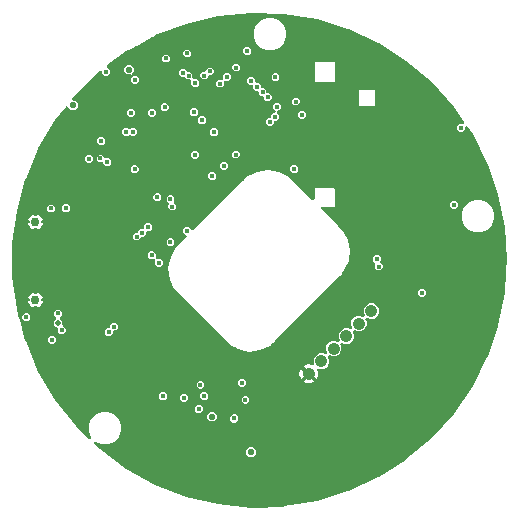
<source format=gbr>
G04 EAGLE Gerber RS-274X export*
G75*
%MOMM*%
%FSLAX34Y34*%
%LPD*%
%INCopper Layer 2*%
%IPPOS*%
%AMOC8*
5,1,8,0,0,1.08239X$1,22.5*%
G01*
%ADD10C,0.750000*%
%ADD11C,1.050000*%
%ADD12C,0.403200*%
%ADD13C,0.503200*%
%ADD14C,0.553200*%
%ADD15C,0.453200*%

G36*
X234356Y-226967D02*
X234356Y-226967D01*
X234361Y-226966D01*
X234365Y-226966D01*
X234525Y-226950D01*
X261978Y-222319D01*
X261982Y-222318D01*
X261986Y-222318D01*
X262143Y-222280D01*
X288733Y-214031D01*
X288737Y-214030D01*
X288741Y-214029D01*
X288891Y-213970D01*
X314145Y-202251D01*
X314149Y-202249D01*
X314153Y-202248D01*
X314294Y-202170D01*
X337760Y-187189D01*
X337763Y-187187D01*
X337767Y-187185D01*
X337897Y-187089D01*
X359157Y-169114D01*
X359160Y-169111D01*
X359164Y-169109D01*
X359279Y-168997D01*
X377954Y-148349D01*
X377956Y-148345D01*
X377960Y-148342D01*
X378059Y-148216D01*
X393815Y-125263D01*
X393817Y-125259D01*
X393820Y-125256D01*
X393901Y-125117D01*
X406458Y-100269D01*
X406459Y-100265D01*
X406462Y-100261D01*
X406524Y-100113D01*
X415656Y-73813D01*
X415657Y-73809D01*
X415659Y-73805D01*
X415701Y-73649D01*
X421246Y-46367D01*
X421247Y-46363D01*
X421248Y-46358D01*
X421269Y-46199D01*
X421336Y-45206D01*
X421420Y-43937D01*
X421421Y-43937D01*
X422270Y-31245D01*
X422270Y-31244D01*
X422355Y-29975D01*
X422440Y-28706D01*
X422525Y-27437D01*
X422525Y-27436D01*
X423129Y-18421D01*
X423128Y-18416D01*
X423129Y-18412D01*
X423129Y-18251D01*
X421269Y9527D01*
X421268Y9531D01*
X421268Y9536D01*
X421248Y9685D01*
X421248Y9689D01*
X421247Y9691D01*
X421246Y9695D01*
X415701Y36978D01*
X415700Y36982D01*
X415699Y36986D01*
X415656Y37141D01*
X406524Y63441D01*
X406522Y63445D01*
X406521Y63449D01*
X406458Y63597D01*
X393901Y88445D01*
X393899Y88449D01*
X393898Y88453D01*
X393815Y88591D01*
X389777Y94473D01*
X389713Y94545D01*
X389657Y94623D01*
X389608Y94664D01*
X389566Y94711D01*
X389486Y94765D01*
X389412Y94826D01*
X389355Y94853D01*
X389302Y94888D01*
X389211Y94921D01*
X389124Y94962D01*
X389062Y94974D01*
X389002Y94995D01*
X388906Y95003D01*
X388811Y95021D01*
X388749Y95018D01*
X388686Y95023D01*
X388590Y95008D01*
X388494Y95002D01*
X388434Y94982D01*
X388372Y94972D01*
X388283Y94933D01*
X388192Y94904D01*
X388138Y94870D01*
X388080Y94845D01*
X388004Y94785D01*
X387923Y94734D01*
X387880Y94688D01*
X387830Y94649D01*
X387771Y94572D01*
X387705Y94502D01*
X387674Y94447D01*
X387636Y94397D01*
X387598Y94308D01*
X387551Y94223D01*
X387536Y94162D01*
X387511Y94104D01*
X387496Y94009D01*
X387472Y93915D01*
X387465Y93809D01*
X387462Y93790D01*
X387463Y93779D01*
X387462Y93755D01*
X387462Y92301D01*
X385536Y90376D01*
X382814Y90376D01*
X380888Y92301D01*
X380888Y95024D01*
X382814Y96949D01*
X385667Y96949D01*
X385689Y96952D01*
X385712Y96950D01*
X385847Y96972D01*
X385982Y96989D01*
X386004Y96997D01*
X386026Y97001D01*
X386151Y97056D01*
X386278Y97106D01*
X386296Y97119D01*
X386317Y97129D01*
X386425Y97213D01*
X386535Y97293D01*
X386550Y97311D01*
X386568Y97325D01*
X386651Y97433D01*
X386738Y97538D01*
X386748Y97559D01*
X386762Y97577D01*
X386816Y97702D01*
X386874Y97826D01*
X386878Y97848D01*
X386887Y97869D01*
X386908Y98004D01*
X386934Y98138D01*
X386932Y98161D01*
X386936Y98183D01*
X386922Y98319D01*
X386914Y98455D01*
X386907Y98477D01*
X386905Y98500D01*
X386858Y98628D01*
X386816Y98758D01*
X386804Y98777D01*
X386796Y98799D01*
X386713Y98937D01*
X378059Y111544D01*
X378056Y111547D01*
X378054Y111551D01*
X377954Y111677D01*
X359279Y132325D01*
X359276Y132328D01*
X359273Y132331D01*
X359157Y132443D01*
X337897Y150417D01*
X337893Y150420D01*
X337890Y150423D01*
X337760Y150518D01*
X314294Y165498D01*
X314290Y165500D01*
X314286Y165503D01*
X314145Y165580D01*
X288891Y177299D01*
X288887Y177300D01*
X288883Y177302D01*
X288733Y177360D01*
X262143Y185608D01*
X262138Y185609D01*
X262134Y185611D01*
X261978Y185647D01*
X234525Y190278D01*
X234521Y190278D01*
X234517Y190280D01*
X234356Y190295D01*
X206532Y191225D01*
X206527Y191225D01*
X206523Y191226D01*
X206362Y191220D01*
X178662Y188433D01*
X178657Y188432D01*
X178653Y188432D01*
X178494Y188405D01*
X151412Y181951D01*
X151408Y181949D01*
X151404Y181949D01*
X151250Y181901D01*
X125270Y171895D01*
X125267Y171893D01*
X125262Y171891D01*
X125117Y171823D01*
X125000Y171759D01*
X122684Y170490D01*
X111103Y164144D01*
X108787Y162875D01*
X108787Y162874D01*
X106471Y161605D01*
X100702Y158444D01*
X100699Y158441D01*
X100694Y158440D01*
X100559Y158352D01*
X84778Y146725D01*
X84737Y146686D01*
X84692Y146655D01*
X84623Y146577D01*
X84547Y146505D01*
X84518Y146458D01*
X84481Y146417D01*
X84434Y146324D01*
X84379Y146236D01*
X84362Y146183D01*
X84337Y146134D01*
X84314Y146032D01*
X84282Y145933D01*
X84279Y145877D01*
X84267Y145823D01*
X84270Y145719D01*
X84264Y145615D01*
X84275Y145561D01*
X84277Y145505D01*
X84306Y145405D01*
X84326Y145303D01*
X84350Y145253D01*
X84365Y145200D01*
X84418Y145110D01*
X84463Y145016D01*
X84499Y144974D01*
X84527Y144926D01*
X84633Y144805D01*
X86853Y142585D01*
X86853Y139863D01*
X84927Y137937D01*
X82205Y137937D01*
X80279Y139863D01*
X80279Y140898D01*
X80274Y140942D01*
X80276Y140986D01*
X80254Y141099D01*
X80239Y141214D01*
X80223Y141255D01*
X80215Y141298D01*
X80165Y141402D01*
X80122Y141510D01*
X80097Y141545D01*
X80078Y141585D01*
X80003Y141674D01*
X79936Y141767D01*
X79902Y141795D01*
X79873Y141829D01*
X79780Y141896D01*
X79691Y141970D01*
X79651Y141989D01*
X79615Y142014D01*
X79507Y142056D01*
X79403Y142105D01*
X79360Y142114D01*
X79319Y142130D01*
X79204Y142143D01*
X79091Y142165D01*
X79047Y142162D01*
X79003Y142168D01*
X78888Y142153D01*
X78773Y142145D01*
X78731Y142132D01*
X78688Y142126D01*
X78581Y142083D01*
X78471Y142047D01*
X78433Y142024D01*
X78393Y142007D01*
X78257Y141920D01*
X78146Y141838D01*
X78142Y141835D01*
X78139Y141833D01*
X78105Y141804D01*
X78090Y141795D01*
X78075Y141779D01*
X78016Y141729D01*
X58004Y122374D01*
X58001Y122371D01*
X57998Y122368D01*
X57890Y122248D01*
X55171Y118805D01*
X55137Y118749D01*
X55096Y118699D01*
X55055Y118614D01*
X55007Y118533D01*
X54988Y118470D01*
X54960Y118411D01*
X54942Y118319D01*
X54915Y118228D01*
X54913Y118163D01*
X54900Y118099D01*
X54906Y118005D01*
X54902Y117910D01*
X54916Y117847D01*
X54920Y117782D01*
X54949Y117692D01*
X54969Y117599D01*
X54998Y117541D01*
X55018Y117479D01*
X55069Y117399D01*
X55111Y117315D01*
X55153Y117265D01*
X55188Y117210D01*
X55257Y117146D01*
X55319Y117074D01*
X55372Y117037D01*
X55420Y116992D01*
X55502Y116947D01*
X55580Y116893D01*
X55641Y116870D01*
X55698Y116839D01*
X55790Y116815D01*
X55878Y116783D01*
X55943Y116776D01*
X56006Y116759D01*
X56167Y116749D01*
X57235Y116749D01*
X59599Y114385D01*
X59599Y111040D01*
X57235Y108676D01*
X53890Y108676D01*
X51231Y111336D01*
X51182Y111402D01*
X51140Y111437D01*
X51105Y111478D01*
X51018Y111538D01*
X50937Y111605D01*
X50888Y111628D01*
X50843Y111659D01*
X50744Y111696D01*
X50649Y111741D01*
X50596Y111751D01*
X50545Y111770D01*
X50440Y111781D01*
X50337Y111801D01*
X50283Y111797D01*
X50229Y111803D01*
X50125Y111787D01*
X50020Y111781D01*
X49968Y111764D01*
X49914Y111756D01*
X49817Y111715D01*
X49717Y111683D01*
X49671Y111654D01*
X49621Y111633D01*
X49537Y111569D01*
X49448Y111513D01*
X49411Y111473D01*
X49368Y111440D01*
X49260Y111321D01*
X40636Y100399D01*
X40634Y100396D01*
X40631Y100393D01*
X40540Y100260D01*
X26352Y76306D01*
X26350Y76302D01*
X26348Y76298D01*
X26276Y76154D01*
X15407Y50523D01*
X15406Y50519D01*
X15404Y50515D01*
X15351Y50363D01*
X7996Y23512D01*
X7996Y23507D01*
X7994Y23503D01*
X7962Y23346D01*
X4252Y-4246D01*
X4252Y-4251D01*
X4251Y-4255D01*
X4240Y-4416D01*
X4240Y-32256D01*
X4241Y-32260D01*
X4240Y-32265D01*
X4252Y-32425D01*
X7962Y-60017D01*
X7964Y-60021D01*
X7964Y-60026D01*
X7996Y-60183D01*
X10095Y-67845D01*
X10153Y-67984D01*
X10207Y-68121D01*
X10213Y-68129D01*
X10217Y-68139D01*
X10306Y-68258D01*
X10393Y-68378D01*
X10401Y-68385D01*
X10408Y-68393D01*
X10524Y-68486D01*
X10536Y-68496D01*
X10529Y-68510D01*
X10527Y-68520D01*
X10522Y-68528D01*
X10490Y-68674D01*
X10455Y-68819D01*
X10455Y-68829D01*
X10453Y-68839D01*
X10457Y-68989D01*
X10459Y-69137D01*
X10462Y-69150D01*
X10462Y-69157D01*
X10466Y-69170D01*
X10492Y-69295D01*
X15351Y-87034D01*
X15353Y-87038D01*
X15354Y-87043D01*
X15407Y-87195D01*
X26276Y-112826D01*
X26278Y-112830D01*
X26279Y-112834D01*
X26352Y-112977D01*
X40540Y-136931D01*
X40543Y-136934D01*
X40544Y-136938D01*
X40636Y-137071D01*
X57890Y-158920D01*
X57893Y-158923D01*
X57895Y-158927D01*
X58004Y-159046D01*
X68898Y-169582D01*
X68945Y-169617D01*
X68987Y-169660D01*
X69072Y-169713D01*
X69153Y-169773D01*
X69207Y-169795D01*
X69258Y-169826D01*
X69354Y-169856D01*
X69447Y-169894D01*
X69505Y-169902D01*
X69562Y-169920D01*
X69662Y-169925D01*
X69761Y-169939D01*
X69820Y-169932D01*
X69879Y-169935D01*
X69978Y-169915D01*
X70078Y-169904D01*
X70133Y-169883D01*
X70191Y-169871D01*
X70281Y-169826D01*
X70375Y-169791D01*
X70423Y-169757D01*
X70477Y-169731D01*
X70553Y-169666D01*
X70635Y-169608D01*
X70674Y-169563D01*
X70719Y-169525D01*
X70776Y-169442D01*
X70842Y-169366D01*
X70868Y-169313D01*
X70902Y-169265D01*
X70937Y-169171D01*
X70981Y-169081D01*
X70993Y-169023D01*
X71014Y-168967D01*
X71026Y-168867D01*
X71046Y-168769D01*
X71043Y-168710D01*
X71050Y-168651D01*
X71036Y-168552D01*
X71031Y-168451D01*
X71014Y-168395D01*
X71005Y-168336D01*
X70953Y-168184D01*
X68833Y-163066D01*
X68833Y-157609D01*
X70921Y-152568D01*
X74780Y-148709D01*
X79822Y-146621D01*
X85278Y-146621D01*
X90320Y-148709D01*
X94179Y-152568D01*
X96267Y-157609D01*
X96267Y-163066D01*
X94179Y-168107D01*
X90320Y-171966D01*
X85278Y-174054D01*
X79822Y-174054D01*
X74967Y-172044D01*
X74890Y-172022D01*
X74816Y-171992D01*
X74737Y-171981D01*
X74661Y-171960D01*
X74580Y-171958D01*
X74501Y-171947D01*
X74422Y-171956D01*
X74343Y-171955D01*
X74264Y-171973D01*
X74185Y-171982D01*
X74111Y-172010D01*
X74033Y-172029D01*
X73962Y-172066D01*
X73887Y-172095D01*
X73822Y-172140D01*
X73752Y-172177D01*
X73693Y-172232D01*
X73627Y-172278D01*
X73576Y-172338D01*
X73517Y-172391D01*
X73473Y-172459D01*
X73421Y-172520D01*
X73386Y-172591D01*
X73342Y-172657D01*
X73316Y-172733D01*
X73281Y-172805D01*
X73265Y-172883D01*
X73239Y-172958D01*
X73233Y-173038D01*
X73216Y-173117D01*
X73220Y-173196D01*
X73214Y-173275D01*
X73228Y-173354D01*
X73231Y-173434D01*
X73255Y-173510D01*
X73268Y-173588D01*
X73301Y-173662D01*
X73325Y-173738D01*
X73366Y-173806D01*
X73399Y-173878D01*
X73449Y-173941D01*
X73491Y-174010D01*
X73596Y-174125D01*
X73597Y-174127D01*
X73598Y-174127D01*
X73599Y-174129D01*
X78016Y-178400D01*
X78020Y-178403D01*
X78022Y-178406D01*
X78146Y-178510D01*
X100559Y-195024D01*
X100563Y-195026D01*
X100566Y-195029D01*
X100702Y-195115D01*
X125117Y-208495D01*
X125121Y-208496D01*
X125124Y-208499D01*
X125270Y-208566D01*
X151251Y-218572D01*
X151255Y-218573D01*
X151259Y-218575D01*
X151412Y-218622D01*
X178494Y-225076D01*
X178499Y-225077D01*
X178503Y-225078D01*
X178662Y-225105D01*
X206362Y-227891D01*
X206366Y-227891D01*
X206371Y-227892D01*
X206532Y-227897D01*
X234356Y-226967D01*
G37*
%LPC*%
G36*
X195508Y-93994D02*
X195508Y-93994D01*
X192332Y-92210D01*
X192253Y-92178D01*
X192179Y-92137D01*
X192106Y-92119D01*
X192037Y-92090D01*
X191953Y-92079D01*
X191871Y-92058D01*
X191732Y-92049D01*
X191722Y-92048D01*
X191718Y-92048D01*
X191710Y-92047D01*
X191674Y-92047D01*
X191326Y-91699D01*
X191253Y-91642D01*
X191185Y-91578D01*
X191089Y-91515D01*
X191075Y-91504D01*
X191067Y-91501D01*
X191050Y-91490D01*
X190621Y-91249D01*
X190611Y-91215D01*
X190578Y-91136D01*
X190555Y-91055D01*
X190517Y-90991D01*
X190488Y-90922D01*
X190436Y-90854D01*
X190393Y-90781D01*
X190301Y-90676D01*
X190295Y-90669D01*
X190292Y-90666D01*
X190287Y-90660D01*
X140320Y-40694D01*
X140305Y-40681D01*
X140292Y-40666D01*
X140180Y-40584D01*
X140069Y-40499D01*
X140051Y-40491D01*
X140035Y-40479D01*
X139889Y-40411D01*
X139670Y-40324D01*
X139552Y-40051D01*
X139471Y-39914D01*
X139391Y-39779D01*
X139390Y-39778D01*
X139390Y-39777D01*
X139389Y-39776D01*
X139285Y-39658D01*
X139074Y-39447D01*
X139074Y-39212D01*
X139072Y-39192D01*
X139074Y-39173D01*
X139052Y-39035D01*
X139034Y-38896D01*
X139027Y-38878D01*
X139024Y-38858D01*
X138969Y-38707D01*
X137334Y-34934D01*
X136337Y-25234D01*
X138315Y-15686D01*
X143083Y-7180D01*
X146298Y-4166D01*
X146597Y-3886D01*
X146605Y-3876D01*
X146626Y-3857D01*
X151395Y912D01*
X151468Y1006D01*
X151547Y1095D01*
X151565Y1131D01*
X151590Y1163D01*
X151637Y1272D01*
X151691Y1378D01*
X151700Y1418D01*
X151716Y1455D01*
X151735Y1573D01*
X151761Y1689D01*
X151760Y1729D01*
X151766Y1769D01*
X151755Y1888D01*
X151751Y2006D01*
X151740Y2045D01*
X151736Y2086D01*
X151696Y2198D01*
X151663Y2312D01*
X151643Y2347D01*
X151629Y2385D01*
X151562Y2484D01*
X151502Y2586D01*
X151462Y2631D01*
X151450Y2648D01*
X151435Y2661D01*
X151395Y2707D01*
X149113Y4989D01*
X149113Y7711D01*
X151039Y9637D01*
X153761Y9637D01*
X156043Y7355D01*
X156137Y7282D01*
X156227Y7203D01*
X156263Y7185D01*
X156295Y7160D01*
X156404Y7113D01*
X156510Y7059D01*
X156549Y7050D01*
X156586Y7034D01*
X156704Y7015D01*
X156820Y6989D01*
X156860Y6990D01*
X156900Y6984D01*
X157019Y6995D01*
X157138Y6999D01*
X157177Y7010D01*
X157217Y7014D01*
X157329Y7054D01*
X157443Y7087D01*
X157478Y7107D01*
X157516Y7121D01*
X157615Y7188D01*
X157717Y7248D01*
X157763Y7288D01*
X157780Y7300D01*
X157793Y7315D01*
X157838Y7355D01*
X197967Y47483D01*
X199044Y48561D01*
X199045Y48561D01*
X199128Y48645D01*
X200122Y49639D01*
X200123Y49639D01*
X202432Y51949D01*
X210965Y56310D01*
X220425Y57834D01*
X229895Y56372D01*
X238455Y52066D01*
X240787Y49765D01*
X240828Y49733D01*
X241868Y48697D01*
X241870Y48696D01*
X241872Y48693D01*
X242880Y47699D01*
X242910Y47664D01*
X242922Y47648D01*
X242930Y47641D01*
X242946Y47624D01*
X257930Y32700D01*
X258039Y32616D01*
X258145Y32528D01*
X258165Y32518D01*
X258182Y32505D01*
X258309Y32451D01*
X258433Y32392D01*
X258454Y32388D01*
X258474Y32380D01*
X258611Y32358D01*
X258746Y32332D01*
X258767Y32334D01*
X258788Y32330D01*
X258926Y32344D01*
X259063Y32352D01*
X259083Y32359D01*
X259105Y32361D01*
X259235Y32408D01*
X259365Y32450D01*
X259384Y32462D01*
X259404Y32469D01*
X259518Y32547D01*
X259634Y32620D01*
X259649Y32636D01*
X259667Y32648D01*
X259757Y32751D01*
X259852Y32852D01*
X259862Y32871D01*
X259877Y32887D01*
X259939Y33010D01*
X260006Y33130D01*
X260011Y33151D01*
X260021Y33170D01*
X260051Y33305D01*
X260085Y33438D01*
X260087Y33468D01*
X260090Y33481D01*
X260089Y33502D01*
X260095Y33599D01*
X260095Y42046D01*
X260468Y42419D01*
X276869Y42419D01*
X277242Y42046D01*
X277242Y27232D01*
X276869Y26860D01*
X266867Y26860D01*
X266728Y26842D01*
X266588Y26829D01*
X266570Y26822D01*
X266551Y26820D01*
X266421Y26768D01*
X266289Y26721D01*
X266273Y26710D01*
X266256Y26703D01*
X266142Y26620D01*
X266026Y26541D01*
X266014Y26527D01*
X265998Y26516D01*
X265909Y26408D01*
X265816Y26303D01*
X265808Y26286D01*
X265796Y26271D01*
X265736Y26144D01*
X265672Y26019D01*
X265668Y26000D01*
X265660Y25983D01*
X265634Y25846D01*
X265603Y25709D01*
X265604Y25690D01*
X265600Y25671D01*
X265609Y25531D01*
X265614Y25391D01*
X265619Y25372D01*
X265620Y25354D01*
X265663Y25221D01*
X265703Y25085D01*
X265712Y25069D01*
X265718Y25051D01*
X265793Y24933D01*
X265865Y24812D01*
X265882Y24792D01*
X265888Y24782D01*
X265903Y24769D01*
X265971Y24691D01*
X279886Y10832D01*
X279958Y10777D01*
X280023Y10715D01*
X280043Y10703D01*
X280951Y9772D01*
X280956Y9768D01*
X280964Y9759D01*
X281890Y8837D01*
X281907Y8806D01*
X281988Y8712D01*
X281997Y8700D01*
X282003Y8696D01*
X282012Y8684D01*
X284078Y6567D01*
X288184Y-1334D01*
X289828Y-10085D01*
X288867Y-18937D01*
X285385Y-27132D01*
X283382Y-29532D01*
X283361Y-29566D01*
X283334Y-29594D01*
X283275Y-29699D01*
X283211Y-29800D01*
X283198Y-29837D01*
X283179Y-29872D01*
X283160Y-29943D01*
X282502Y-30595D01*
X282490Y-30612D01*
X282422Y-30683D01*
X281836Y-31385D01*
X281733Y-31445D01*
X281627Y-31498D01*
X281596Y-31525D01*
X281561Y-31546D01*
X281440Y-31652D01*
X253869Y-59090D01*
X253868Y-59091D01*
X253866Y-59093D01*
X226479Y-86538D01*
X226431Y-86600D01*
X226376Y-86655D01*
X226334Y-86725D01*
X226288Y-86785D01*
X225681Y-87355D01*
X225441Y-87580D01*
X225433Y-87590D01*
X225410Y-87610D01*
X224596Y-88428D01*
X224592Y-88430D01*
X224529Y-88476D01*
X224461Y-88513D01*
X224337Y-88615D01*
X224328Y-88624D01*
X222975Y-89893D01*
X222036Y-90774D01*
X213690Y-94674D01*
X204544Y-95784D01*
X195508Y-93994D01*
G37*
%LPD*%
%LPC*%
G36*
X256705Y-113589D02*
X256705Y-113589D01*
X256611Y-113516D01*
X256522Y-113437D01*
X256486Y-113419D01*
X256454Y-113394D01*
X256344Y-113347D01*
X256299Y-113324D01*
X256294Y-113305D01*
X256273Y-113270D01*
X256260Y-113232D01*
X256193Y-113133D01*
X256132Y-113031D01*
X256093Y-112986D01*
X256081Y-112969D01*
X256066Y-112955D01*
X256026Y-112910D01*
X250995Y-107879D01*
X251438Y-107582D01*
X252856Y-106995D01*
X254361Y-106696D01*
X255896Y-106696D01*
X257401Y-106995D01*
X257668Y-107106D01*
X257802Y-107143D01*
X257935Y-107183D01*
X257955Y-107184D01*
X257975Y-107190D01*
X258114Y-107192D01*
X258253Y-107199D01*
X258272Y-107195D01*
X258293Y-107195D01*
X258428Y-107162D01*
X258564Y-107134D01*
X258582Y-107125D01*
X258602Y-107121D01*
X258725Y-107056D01*
X258850Y-106995D01*
X258865Y-106981D01*
X258883Y-106972D01*
X258986Y-106879D01*
X259092Y-106788D01*
X259104Y-106772D01*
X259118Y-106758D01*
X259195Y-106642D01*
X259275Y-106528D01*
X259282Y-106509D01*
X259293Y-106492D01*
X259338Y-106361D01*
X259388Y-106231D01*
X259390Y-106211D01*
X259397Y-106192D01*
X259408Y-106053D01*
X259423Y-105915D01*
X259420Y-105895D01*
X259422Y-105875D01*
X259398Y-105738D01*
X259379Y-105600D01*
X259369Y-105573D01*
X259367Y-105561D01*
X259359Y-105543D01*
X259326Y-105448D01*
X259214Y-105177D01*
X259214Y-102583D01*
X260207Y-100186D01*
X262041Y-98352D01*
X264438Y-97359D01*
X267032Y-97359D01*
X268962Y-98159D01*
X269096Y-98195D01*
X269229Y-98236D01*
X269249Y-98237D01*
X269269Y-98242D01*
X269408Y-98245D01*
X269547Y-98251D01*
X269566Y-98247D01*
X269587Y-98248D01*
X269723Y-98215D01*
X269858Y-98187D01*
X269876Y-98178D01*
X269896Y-98173D01*
X270019Y-98108D01*
X270144Y-98047D01*
X270159Y-98034D01*
X270177Y-98025D01*
X270280Y-97931D01*
X270386Y-97841D01*
X270397Y-97824D01*
X270412Y-97811D01*
X270489Y-97694D01*
X270569Y-97581D01*
X270576Y-97562D01*
X270587Y-97545D01*
X270632Y-97413D01*
X270682Y-97284D01*
X270684Y-97263D01*
X270690Y-97244D01*
X270701Y-97106D01*
X270717Y-96967D01*
X270714Y-96947D01*
X270716Y-96927D01*
X270692Y-96790D01*
X270672Y-96653D01*
X270663Y-96626D01*
X270661Y-96614D01*
X270653Y-96595D01*
X270620Y-96500D01*
X269821Y-94570D01*
X269821Y-91976D01*
X270814Y-89580D01*
X272648Y-87745D01*
X275045Y-86753D01*
X277639Y-86753D01*
X279569Y-87552D01*
X279703Y-87589D01*
X279836Y-87630D01*
X279856Y-87631D01*
X279875Y-87636D01*
X280015Y-87638D01*
X280153Y-87645D01*
X280173Y-87641D01*
X280193Y-87641D01*
X280329Y-87608D01*
X280465Y-87580D01*
X280483Y-87572D01*
X280503Y-87567D01*
X280626Y-87502D01*
X280750Y-87441D01*
X280766Y-87428D01*
X280784Y-87418D01*
X280887Y-87325D01*
X280992Y-87234D01*
X281004Y-87218D01*
X281019Y-87204D01*
X281096Y-87088D01*
X281175Y-86974D01*
X281183Y-86955D01*
X281194Y-86938D01*
X281239Y-86807D01*
X281288Y-86677D01*
X281290Y-86657D01*
X281297Y-86638D01*
X281308Y-86499D01*
X281323Y-86361D01*
X281321Y-86341D01*
X281322Y-86321D01*
X281298Y-86183D01*
X281279Y-86046D01*
X281270Y-86019D01*
X281268Y-86007D01*
X281259Y-85989D01*
X281227Y-85894D01*
X280428Y-83964D01*
X280428Y-81370D01*
X281420Y-78973D01*
X283255Y-77139D01*
X285651Y-76146D01*
X288245Y-76146D01*
X290175Y-76945D01*
X290309Y-76982D01*
X290442Y-77023D01*
X290462Y-77024D01*
X290482Y-77029D01*
X290621Y-77032D01*
X290760Y-77038D01*
X290780Y-77034D01*
X290800Y-77034D01*
X290936Y-77002D01*
X291071Y-76974D01*
X291089Y-76965D01*
X291109Y-76960D01*
X291232Y-76895D01*
X291357Y-76834D01*
X291372Y-76821D01*
X291390Y-76811D01*
X291493Y-76718D01*
X291599Y-76628D01*
X291611Y-76611D01*
X291626Y-76598D01*
X291702Y-76481D01*
X291782Y-76368D01*
X291789Y-76349D01*
X291800Y-76332D01*
X291846Y-76200D01*
X291895Y-76070D01*
X291897Y-76050D01*
X291904Y-76031D01*
X291915Y-75892D01*
X291930Y-75754D01*
X291927Y-75734D01*
X291929Y-75714D01*
X291905Y-75577D01*
X291886Y-75439D01*
X291877Y-75413D01*
X291874Y-75401D01*
X291866Y-75382D01*
X291834Y-75287D01*
X291034Y-73357D01*
X291034Y-70763D01*
X292027Y-68366D01*
X293861Y-66532D01*
X296258Y-65539D01*
X298852Y-65539D01*
X300782Y-66339D01*
X300916Y-66375D01*
X301049Y-66416D01*
X301069Y-66417D01*
X301089Y-66423D01*
X301228Y-66425D01*
X301366Y-66432D01*
X301386Y-66427D01*
X301407Y-66428D01*
X301542Y-66395D01*
X301678Y-66367D01*
X301696Y-66358D01*
X301716Y-66354D01*
X301839Y-66289D01*
X301964Y-66228D01*
X301979Y-66214D01*
X301997Y-66205D01*
X302099Y-66112D01*
X302206Y-66021D01*
X302217Y-66005D01*
X302232Y-65991D01*
X302309Y-65875D01*
X302389Y-65761D01*
X302396Y-65742D01*
X302407Y-65725D01*
X302452Y-65594D01*
X302501Y-65464D01*
X302504Y-65444D01*
X302510Y-65424D01*
X302521Y-65286D01*
X302537Y-65148D01*
X302534Y-65128D01*
X302535Y-65107D01*
X302512Y-64970D01*
X302492Y-64833D01*
X302483Y-64806D01*
X302481Y-64794D01*
X302473Y-64775D01*
X302440Y-64680D01*
X301641Y-62751D01*
X301641Y-60156D01*
X302634Y-57760D01*
X304468Y-55925D01*
X306864Y-54933D01*
X309459Y-54933D01*
X311855Y-55925D01*
X313690Y-57760D01*
X314682Y-60156D01*
X314682Y-62751D01*
X313690Y-65147D01*
X311855Y-66982D01*
X309459Y-67974D01*
X306864Y-67974D01*
X304935Y-67175D01*
X304801Y-67138D01*
X304668Y-67097D01*
X304647Y-67096D01*
X304628Y-67091D01*
X304489Y-67089D01*
X304350Y-67082D01*
X304330Y-67086D01*
X304310Y-67086D01*
X304174Y-67118D01*
X304039Y-67146D01*
X304020Y-67155D01*
X304001Y-67160D01*
X303878Y-67225D01*
X303753Y-67286D01*
X303737Y-67299D01*
X303720Y-67309D01*
X303617Y-67402D01*
X303511Y-67493D01*
X303499Y-67509D01*
X303484Y-67523D01*
X303408Y-67639D01*
X303328Y-67753D01*
X303321Y-67772D01*
X303309Y-67788D01*
X303264Y-67920D01*
X303215Y-68050D01*
X303213Y-68070D01*
X303206Y-68089D01*
X303195Y-68228D01*
X303180Y-68366D01*
X303183Y-68386D01*
X303181Y-68406D01*
X303205Y-68543D01*
X303224Y-68681D01*
X303233Y-68708D01*
X303235Y-68720D01*
X303244Y-68738D01*
X303276Y-68833D01*
X304076Y-70763D01*
X304076Y-73357D01*
X303083Y-75754D01*
X301249Y-77588D01*
X298852Y-78581D01*
X296258Y-78581D01*
X294328Y-77782D01*
X294194Y-77745D01*
X294061Y-77704D01*
X294041Y-77703D01*
X294021Y-77698D01*
X293882Y-77695D01*
X293743Y-77689D01*
X293724Y-77693D01*
X293703Y-77693D01*
X293567Y-77725D01*
X293432Y-77753D01*
X293414Y-77762D01*
X293394Y-77767D01*
X293271Y-77832D01*
X293146Y-77893D01*
X293131Y-77906D01*
X293113Y-77915D01*
X293010Y-78009D01*
X292904Y-78099D01*
X292893Y-78116D01*
X292878Y-78129D01*
X292801Y-78246D01*
X292721Y-78359D01*
X292714Y-78378D01*
X292703Y-78395D01*
X292658Y-78527D01*
X292608Y-78657D01*
X292606Y-78677D01*
X292600Y-78696D01*
X292589Y-78834D01*
X292573Y-78973D01*
X292576Y-78993D01*
X292574Y-79013D01*
X292598Y-79150D01*
X292618Y-79288D01*
X292627Y-79314D01*
X292629Y-79326D01*
X292637Y-79345D01*
X292670Y-79440D01*
X293469Y-81370D01*
X293469Y-83964D01*
X292476Y-86360D01*
X290642Y-88195D01*
X288245Y-89187D01*
X285651Y-89187D01*
X283721Y-88388D01*
X283587Y-88351D01*
X283455Y-88311D01*
X283434Y-88310D01*
X283415Y-88304D01*
X283275Y-88302D01*
X283137Y-88295D01*
X283117Y-88299D01*
X283097Y-88299D01*
X282961Y-88332D01*
X282825Y-88360D01*
X282807Y-88369D01*
X282788Y-88373D01*
X282665Y-88438D01*
X282540Y-88499D01*
X282524Y-88513D01*
X282506Y-88522D01*
X282404Y-88615D01*
X282298Y-88706D01*
X282286Y-88722D01*
X282271Y-88736D01*
X282194Y-88852D01*
X282115Y-88966D01*
X282107Y-88985D01*
X282096Y-89002D01*
X282051Y-89133D01*
X282002Y-89263D01*
X282000Y-89283D01*
X281993Y-89302D01*
X281982Y-89441D01*
X281967Y-89579D01*
X281969Y-89599D01*
X281968Y-89619D01*
X281992Y-89757D01*
X282011Y-89894D01*
X282020Y-89921D01*
X282022Y-89933D01*
X282031Y-89952D01*
X282063Y-90046D01*
X282862Y-91976D01*
X282862Y-94570D01*
X281870Y-96967D01*
X280035Y-98801D01*
X277639Y-99794D01*
X275045Y-99794D01*
X273115Y-98995D01*
X272981Y-98958D01*
X272848Y-98917D01*
X272828Y-98916D01*
X272808Y-98911D01*
X272669Y-98909D01*
X272530Y-98902D01*
X272511Y-98906D01*
X272490Y-98906D01*
X272354Y-98938D01*
X272219Y-98966D01*
X272201Y-98975D01*
X272181Y-98980D01*
X272058Y-99045D01*
X271933Y-99106D01*
X271918Y-99119D01*
X271900Y-99129D01*
X271797Y-99222D01*
X271691Y-99312D01*
X271679Y-99329D01*
X271664Y-99343D01*
X271588Y-99459D01*
X271508Y-99572D01*
X271501Y-99591D01*
X271490Y-99608D01*
X271445Y-99740D01*
X271395Y-99870D01*
X271393Y-99890D01*
X271386Y-99909D01*
X271375Y-100048D01*
X271360Y-100186D01*
X271363Y-100206D01*
X271361Y-100226D01*
X271385Y-100363D01*
X271404Y-100501D01*
X271414Y-100527D01*
X271416Y-100539D01*
X271424Y-100558D01*
X271457Y-100653D01*
X272256Y-102583D01*
X272256Y-105177D01*
X271263Y-107574D01*
X269429Y-109408D01*
X267032Y-110401D01*
X264438Y-110401D01*
X264168Y-110289D01*
X264034Y-110252D01*
X263901Y-110211D01*
X263880Y-110210D01*
X263861Y-110205D01*
X263722Y-110202D01*
X263583Y-110196D01*
X263563Y-110200D01*
X263543Y-110200D01*
X263407Y-110232D01*
X263271Y-110260D01*
X263253Y-110269D01*
X263234Y-110274D01*
X263111Y-110339D01*
X262986Y-110400D01*
X262970Y-110413D01*
X262952Y-110423D01*
X262849Y-110516D01*
X262744Y-110606D01*
X262732Y-110623D01*
X262717Y-110636D01*
X262641Y-110752D01*
X262561Y-110866D01*
X262553Y-110885D01*
X262542Y-110902D01*
X262497Y-111034D01*
X262448Y-111164D01*
X262446Y-111184D01*
X262439Y-111203D01*
X262428Y-111342D01*
X262413Y-111480D01*
X262416Y-111500D01*
X262414Y-111520D01*
X262438Y-111657D01*
X262457Y-111795D01*
X262466Y-111821D01*
X262468Y-111833D01*
X262477Y-111852D01*
X262509Y-111947D01*
X262620Y-112214D01*
X262919Y-113719D01*
X262919Y-115254D01*
X262620Y-116759D01*
X262033Y-118177D01*
X261736Y-118620D01*
X256705Y-113589D01*
G37*
%LPD*%
%LPC*%
G36*
X219522Y159321D02*
X219522Y159321D01*
X214480Y161409D01*
X210621Y165268D01*
X208533Y170309D01*
X208533Y175766D01*
X210621Y180807D01*
X214480Y184666D01*
X219522Y186754D01*
X224978Y186754D01*
X230020Y184666D01*
X233879Y180807D01*
X235967Y175766D01*
X235967Y170309D01*
X233879Y165268D01*
X230020Y161409D01*
X224978Y159321D01*
X219522Y159321D01*
G37*
%LPD*%
%LPC*%
G36*
X395734Y5333D02*
X395734Y5333D01*
X390693Y7421D01*
X386834Y11280D01*
X384746Y16322D01*
X384746Y21778D01*
X386834Y26820D01*
X390693Y30679D01*
X395734Y32767D01*
X401191Y32767D01*
X406232Y30679D01*
X410091Y26820D01*
X412179Y21778D01*
X412179Y16322D01*
X410091Y11280D01*
X406232Y7421D01*
X401191Y5333D01*
X395734Y5333D01*
G37*
%LPD*%
%LPC*%
G36*
X260468Y132460D02*
X260468Y132460D01*
X260095Y132833D01*
X260095Y149234D01*
X260468Y149607D01*
X276869Y149607D01*
X277242Y149234D01*
X277242Y132833D01*
X276869Y132460D01*
X260468Y132460D01*
G37*
%LPD*%
%LPC*%
G36*
X297604Y112140D02*
X297604Y112140D01*
X297306Y112438D01*
X297306Y125780D01*
X297604Y126078D01*
X311234Y126078D01*
X311532Y125780D01*
X311532Y112438D01*
X311234Y112140D01*
X297604Y112140D01*
G37*
%LPD*%
%LPC*%
G36*
X218986Y116218D02*
X218986Y116218D01*
X217061Y118143D01*
X217061Y119142D01*
X217046Y119260D01*
X217039Y119379D01*
X217026Y119417D01*
X217021Y119458D01*
X216977Y119568D01*
X216941Y119681D01*
X216919Y119716D01*
X216904Y119753D01*
X216834Y119849D01*
X216770Y119950D01*
X216741Y119978D01*
X216717Y120011D01*
X216625Y120087D01*
X216539Y120168D01*
X216503Y120188D01*
X216472Y120213D01*
X216365Y120264D01*
X216260Y120322D01*
X216221Y120332D01*
X216184Y120349D01*
X216068Y120371D01*
X215952Y120401D01*
X215892Y120405D01*
X215872Y120409D01*
X215852Y120407D01*
X215792Y120411D01*
X214666Y120411D01*
X212740Y122337D01*
X212740Y123968D01*
X212725Y124086D01*
X212718Y124205D01*
X212705Y124243D01*
X212700Y124284D01*
X212657Y124394D01*
X212620Y124507D01*
X212598Y124542D01*
X212583Y124579D01*
X212514Y124675D01*
X212450Y124776D01*
X212420Y124804D01*
X212397Y124837D01*
X212305Y124913D01*
X212218Y124994D01*
X212183Y125014D01*
X212152Y125039D01*
X212044Y125090D01*
X211940Y125148D01*
X211900Y125158D01*
X211864Y125175D01*
X211747Y125197D01*
X211632Y125227D01*
X211572Y125231D01*
X211552Y125235D01*
X211531Y125233D01*
X211471Y125237D01*
X209967Y125237D01*
X208041Y127163D01*
X208041Y128794D01*
X208026Y128912D01*
X208019Y129031D01*
X208006Y129069D01*
X208001Y129110D01*
X207958Y129220D01*
X207921Y129333D01*
X207899Y129368D01*
X207884Y129405D01*
X207815Y129501D01*
X207751Y129602D01*
X207721Y129630D01*
X207698Y129663D01*
X207606Y129739D01*
X207519Y129820D01*
X207484Y129840D01*
X207453Y129865D01*
X207345Y129916D01*
X207241Y129974D01*
X207201Y129984D01*
X207165Y130001D01*
X207048Y130023D01*
X206933Y130053D01*
X206873Y130057D01*
X206853Y130061D01*
X206832Y130059D01*
X206772Y130063D01*
X205014Y130063D01*
X203088Y131989D01*
X203088Y134711D01*
X205014Y136637D01*
X207736Y136637D01*
X209662Y134711D01*
X209662Y133080D01*
X209677Y132962D01*
X209684Y132843D01*
X209697Y132805D01*
X209702Y132764D01*
X209745Y132654D01*
X209782Y132541D01*
X209804Y132506D01*
X209819Y132469D01*
X209888Y132373D01*
X209952Y132272D01*
X209982Y132244D01*
X210005Y132211D01*
X210097Y132135D01*
X210184Y132054D01*
X210219Y132034D01*
X210250Y132009D01*
X210358Y131958D01*
X210462Y131900D01*
X210502Y131890D01*
X210538Y131873D01*
X210655Y131851D01*
X210770Y131821D01*
X210830Y131817D01*
X210850Y131813D01*
X210871Y131815D01*
X210931Y131811D01*
X212689Y131811D01*
X214615Y129885D01*
X214615Y128254D01*
X214630Y128136D01*
X214637Y128017D01*
X214650Y127979D01*
X214655Y127938D01*
X214698Y127828D01*
X214735Y127715D01*
X214757Y127680D01*
X214772Y127643D01*
X214841Y127547D01*
X214905Y127446D01*
X214935Y127418D01*
X214958Y127385D01*
X215050Y127309D01*
X215137Y127228D01*
X215172Y127208D01*
X215203Y127183D01*
X215311Y127132D01*
X215415Y127074D01*
X215455Y127064D01*
X215491Y127047D01*
X215608Y127025D01*
X215723Y126995D01*
X215783Y126991D01*
X215803Y126987D01*
X215824Y126989D01*
X215884Y126985D01*
X217388Y126985D01*
X219314Y125059D01*
X219314Y124060D01*
X219329Y123942D01*
X219336Y123823D01*
X219349Y123785D01*
X219354Y123745D01*
X219397Y123634D01*
X219434Y123521D01*
X219456Y123487D01*
X219471Y123449D01*
X219540Y123353D01*
X219604Y123252D01*
X219634Y123225D01*
X219657Y123192D01*
X219749Y123116D01*
X219836Y123034D01*
X219871Y123015D01*
X219902Y122989D01*
X220010Y122938D01*
X220114Y122881D01*
X220154Y122871D01*
X220190Y122853D01*
X220307Y122831D01*
X220422Y122801D01*
X220482Y122798D01*
X220502Y122794D01*
X220523Y122795D01*
X220583Y122791D01*
X221709Y122791D01*
X223634Y120866D01*
X223634Y118143D01*
X221709Y116218D01*
X218986Y116218D01*
G37*
%LPD*%
%LPC*%
G36*
X44676Y-81074D02*
X44676Y-81074D01*
X42751Y-79149D01*
X42751Y-76493D01*
X42736Y-76375D01*
X42728Y-76257D01*
X42716Y-76218D01*
X42711Y-76178D01*
X42667Y-76067D01*
X42630Y-75954D01*
X42609Y-75920D01*
X42594Y-75882D01*
X42524Y-75786D01*
X42460Y-75685D01*
X42431Y-75658D01*
X42407Y-75625D01*
X42315Y-75549D01*
X42229Y-75467D01*
X42193Y-75448D01*
X42162Y-75422D01*
X42054Y-75371D01*
X41950Y-75314D01*
X41911Y-75304D01*
X41874Y-75287D01*
X41758Y-75264D01*
X41642Y-75234D01*
X41582Y-75231D01*
X41562Y-75227D01*
X41542Y-75228D01*
X41482Y-75224D01*
X41294Y-75224D01*
X39076Y-73006D01*
X39076Y-69869D01*
X40932Y-68013D01*
X41005Y-67919D01*
X41084Y-67829D01*
X41102Y-67793D01*
X41127Y-67761D01*
X41174Y-67652D01*
X41228Y-67546D01*
X41237Y-67507D01*
X41253Y-67470D01*
X41272Y-67352D01*
X41298Y-67236D01*
X41297Y-67195D01*
X41303Y-67155D01*
X41292Y-67037D01*
X41288Y-66918D01*
X41277Y-66879D01*
X41273Y-66839D01*
X41233Y-66727D01*
X41200Y-66612D01*
X41180Y-66578D01*
X41166Y-66540D01*
X41099Y-66441D01*
X41038Y-66339D01*
X40999Y-66293D01*
X40987Y-66276D01*
X40972Y-66263D01*
X40932Y-66218D01*
X39576Y-64861D01*
X39576Y-62139D01*
X41501Y-60213D01*
X44224Y-60213D01*
X46149Y-62139D01*
X46149Y-64861D01*
X44793Y-66218D01*
X44720Y-66312D01*
X44641Y-66401D01*
X44623Y-66437D01*
X44598Y-66469D01*
X44551Y-66578D01*
X44497Y-66684D01*
X44488Y-66724D01*
X44472Y-66761D01*
X44453Y-66879D01*
X44427Y-66995D01*
X44428Y-67035D01*
X44422Y-67075D01*
X44433Y-67194D01*
X44437Y-67312D01*
X44448Y-67351D01*
X44452Y-67392D01*
X44492Y-67504D01*
X44525Y-67618D01*
X44545Y-67653D01*
X44559Y-67691D01*
X44626Y-67790D01*
X44687Y-67892D01*
X44726Y-67937D01*
X44738Y-67954D01*
X44753Y-67967D01*
X44793Y-68013D01*
X46649Y-69869D01*
X46649Y-73232D01*
X46664Y-73350D01*
X46672Y-73468D01*
X46684Y-73507D01*
X46689Y-73547D01*
X46733Y-73658D01*
X46770Y-73771D01*
X46791Y-73805D01*
X46806Y-73843D01*
X46876Y-73939D01*
X46940Y-74040D01*
X46969Y-74067D01*
X46993Y-74100D01*
X47025Y-74127D01*
X47027Y-74129D01*
X49324Y-76426D01*
X49324Y-79149D01*
X47399Y-81074D01*
X44676Y-81074D01*
G37*
%LPD*%
%LPC*%
G36*
X25082Y-58106D02*
X25082Y-58106D01*
X25067Y-57988D01*
X25060Y-57869D01*
X25047Y-57831D01*
X25042Y-57790D01*
X24998Y-57680D01*
X24962Y-57567D01*
X24940Y-57532D01*
X24925Y-57495D01*
X24855Y-57399D01*
X24791Y-57298D01*
X24762Y-57270D01*
X24738Y-57237D01*
X24646Y-57162D01*
X24560Y-57080D01*
X24524Y-57060D01*
X24493Y-57035D01*
X24386Y-56984D01*
X24281Y-56926D01*
X24242Y-56916D01*
X24205Y-56899D01*
X24089Y-56877D01*
X23973Y-56847D01*
X23913Y-56843D01*
X23893Y-56839D01*
X23873Y-56841D01*
X23813Y-56837D01*
X23812Y-56837D01*
X23694Y-56852D01*
X23575Y-56859D01*
X23537Y-56872D01*
X23497Y-56877D01*
X23386Y-56920D01*
X23273Y-56957D01*
X23239Y-56979D01*
X23201Y-56994D01*
X23105Y-57063D01*
X23004Y-57127D01*
X22976Y-57157D01*
X22944Y-57180D01*
X22868Y-57272D01*
X22786Y-57359D01*
X22767Y-57394D01*
X22741Y-57425D01*
X22690Y-57533D01*
X22633Y-57637D01*
X22623Y-57677D01*
X22605Y-57713D01*
X22583Y-57830D01*
X22553Y-57945D01*
X22549Y-58005D01*
X22546Y-58025D01*
X22547Y-58046D01*
X22543Y-58106D01*
X22543Y-58211D01*
X21977Y-58099D01*
X20833Y-57625D01*
X19802Y-56936D01*
X18926Y-56060D01*
X18238Y-55030D01*
X17764Y-53885D01*
X17651Y-53319D01*
X17757Y-53319D01*
X17875Y-53304D01*
X17993Y-53297D01*
X18032Y-53285D01*
X18072Y-53280D01*
X18183Y-53236D01*
X18296Y-53199D01*
X18330Y-53177D01*
X18368Y-53163D01*
X18464Y-53093D01*
X18565Y-53029D01*
X18592Y-52999D01*
X18625Y-52976D01*
X18701Y-52884D01*
X18783Y-52797D01*
X18802Y-52762D01*
X18828Y-52731D01*
X18879Y-52623D01*
X18936Y-52519D01*
X18946Y-52480D01*
X18963Y-52443D01*
X18986Y-52326D01*
X19016Y-52211D01*
X19019Y-52151D01*
X19023Y-52131D01*
X19023Y-52130D01*
X19022Y-52110D01*
X19026Y-52050D01*
X19011Y-51932D01*
X19003Y-51813D01*
X18991Y-51774D01*
X18986Y-51734D01*
X18942Y-51624D01*
X18905Y-51510D01*
X18884Y-51476D01*
X18869Y-51439D01*
X18799Y-51342D01*
X18735Y-51242D01*
X18706Y-51214D01*
X18682Y-51181D01*
X18590Y-51105D01*
X18504Y-51024D01*
X18468Y-51004D01*
X18437Y-50978D01*
X18329Y-50928D01*
X18225Y-50870D01*
X18186Y-50860D01*
X18149Y-50843D01*
X18033Y-50821D01*
X17917Y-50791D01*
X17857Y-50787D01*
X17837Y-50783D01*
X17817Y-50784D01*
X17757Y-50781D01*
X17651Y-50781D01*
X17764Y-50215D01*
X18238Y-49070D01*
X18926Y-48040D01*
X19802Y-47164D01*
X20833Y-46475D01*
X21977Y-46001D01*
X22543Y-45889D01*
X22543Y-45994D01*
X22558Y-46112D01*
X22565Y-46231D01*
X22578Y-46269D01*
X22583Y-46310D01*
X22627Y-46420D01*
X22663Y-46533D01*
X22685Y-46568D01*
X22700Y-46605D01*
X22770Y-46701D01*
X22834Y-46802D01*
X22863Y-46830D01*
X22887Y-46863D01*
X22979Y-46939D01*
X23065Y-47020D01*
X23101Y-47040D01*
X23132Y-47065D01*
X23239Y-47116D01*
X23344Y-47174D01*
X23383Y-47184D01*
X23419Y-47201D01*
X23536Y-47223D01*
X23652Y-47253D01*
X23712Y-47257D01*
X23732Y-47261D01*
X23752Y-47259D01*
X23812Y-47263D01*
X23813Y-47263D01*
X23931Y-47248D01*
X24050Y-47241D01*
X24088Y-47228D01*
X24128Y-47223D01*
X24239Y-47180D01*
X24352Y-47143D01*
X24386Y-47121D01*
X24424Y-47106D01*
X24520Y-47037D01*
X24621Y-46973D01*
X24648Y-46943D01*
X24681Y-46920D01*
X24757Y-46828D01*
X24839Y-46741D01*
X24858Y-46706D01*
X24884Y-46675D01*
X24935Y-46567D01*
X24992Y-46463D01*
X25002Y-46423D01*
X25020Y-46387D01*
X25042Y-46270D01*
X25072Y-46155D01*
X25075Y-46095D01*
X25079Y-46075D01*
X25078Y-46054D01*
X25082Y-45994D01*
X25082Y-45889D01*
X25648Y-46001D01*
X26792Y-46475D01*
X27823Y-47164D01*
X28699Y-48040D01*
X29387Y-49070D01*
X29861Y-50215D01*
X29974Y-50781D01*
X29868Y-50781D01*
X29750Y-50796D01*
X29632Y-50803D01*
X29593Y-50815D01*
X29553Y-50820D01*
X29442Y-50864D01*
X29329Y-50901D01*
X29295Y-50923D01*
X29257Y-50937D01*
X29161Y-51007D01*
X29060Y-51071D01*
X29033Y-51101D01*
X29000Y-51124D01*
X28924Y-51216D01*
X28842Y-51303D01*
X28823Y-51338D01*
X28797Y-51369D01*
X28746Y-51477D01*
X28689Y-51581D01*
X28679Y-51620D01*
X28662Y-51657D01*
X28639Y-51774D01*
X28609Y-51889D01*
X28606Y-51949D01*
X28602Y-51969D01*
X28602Y-51970D01*
X28603Y-51990D01*
X28599Y-52050D01*
X28614Y-52168D01*
X28622Y-52287D01*
X28634Y-52325D01*
X28639Y-52366D01*
X28683Y-52476D01*
X28720Y-52590D01*
X28741Y-52624D01*
X28756Y-52661D01*
X28826Y-52758D01*
X28890Y-52858D01*
X28919Y-52886D01*
X28943Y-52919D01*
X29035Y-52995D01*
X29121Y-53076D01*
X29157Y-53096D01*
X29188Y-53122D01*
X29296Y-53172D01*
X29400Y-53230D01*
X29439Y-53240D01*
X29476Y-53257D01*
X29592Y-53279D01*
X29708Y-53309D01*
X29768Y-53313D01*
X29788Y-53317D01*
X29808Y-53316D01*
X29868Y-53319D01*
X29974Y-53319D01*
X29861Y-53885D01*
X29387Y-55030D01*
X28699Y-56060D01*
X27823Y-56936D01*
X26792Y-57625D01*
X25648Y-58099D01*
X25082Y-58211D01*
X25082Y-58106D01*
G37*
%LPD*%
%LPC*%
G36*
X25082Y7894D02*
X25082Y7894D01*
X25067Y8012D01*
X25060Y8131D01*
X25047Y8169D01*
X25042Y8210D01*
X24998Y8320D01*
X24962Y8433D01*
X24940Y8468D01*
X24925Y8505D01*
X24855Y8601D01*
X24791Y8702D01*
X24762Y8730D01*
X24738Y8763D01*
X24646Y8839D01*
X24560Y8920D01*
X24524Y8940D01*
X24493Y8965D01*
X24386Y9016D01*
X24281Y9074D01*
X24242Y9084D01*
X24205Y9101D01*
X24089Y9123D01*
X23973Y9153D01*
X23913Y9157D01*
X23893Y9161D01*
X23873Y9159D01*
X23813Y9163D01*
X23812Y9163D01*
X23694Y9148D01*
X23575Y9141D01*
X23537Y9128D01*
X23497Y9123D01*
X23386Y9080D01*
X23273Y9043D01*
X23239Y9021D01*
X23201Y9006D01*
X23105Y8937D01*
X23004Y8873D01*
X22976Y8843D01*
X22944Y8820D01*
X22868Y8728D01*
X22786Y8641D01*
X22767Y8606D01*
X22741Y8575D01*
X22690Y8467D01*
X22633Y8363D01*
X22623Y8323D01*
X22605Y8287D01*
X22583Y8170D01*
X22553Y8055D01*
X22549Y7995D01*
X22546Y7975D01*
X22547Y7954D01*
X22543Y7894D01*
X22543Y7789D01*
X21977Y7901D01*
X20833Y8375D01*
X19802Y9064D01*
X18926Y9940D01*
X18238Y10970D01*
X17764Y12115D01*
X17651Y12681D01*
X17757Y12681D01*
X17875Y12696D01*
X17993Y12703D01*
X18032Y12715D01*
X18072Y12720D01*
X18183Y12764D01*
X18296Y12801D01*
X18330Y12823D01*
X18368Y12837D01*
X18464Y12907D01*
X18565Y12971D01*
X18592Y13001D01*
X18625Y13024D01*
X18701Y13116D01*
X18783Y13203D01*
X18802Y13238D01*
X18828Y13269D01*
X18879Y13377D01*
X18936Y13481D01*
X18946Y13520D01*
X18963Y13557D01*
X18986Y13674D01*
X19016Y13789D01*
X19019Y13849D01*
X19023Y13869D01*
X19023Y13870D01*
X19022Y13890D01*
X19026Y13950D01*
X19011Y14068D01*
X19003Y14187D01*
X18991Y14225D01*
X18986Y14266D01*
X18942Y14376D01*
X18905Y14490D01*
X18884Y14524D01*
X18869Y14561D01*
X18799Y14658D01*
X18735Y14758D01*
X18706Y14786D01*
X18682Y14819D01*
X18590Y14895D01*
X18504Y14976D01*
X18468Y14996D01*
X18437Y15022D01*
X18329Y15072D01*
X18225Y15130D01*
X18186Y15140D01*
X18149Y15157D01*
X18033Y15179D01*
X17917Y15209D01*
X17857Y15213D01*
X17837Y15217D01*
X17817Y15216D01*
X17757Y15219D01*
X17651Y15219D01*
X17764Y15785D01*
X18238Y16930D01*
X18926Y17960D01*
X19802Y18836D01*
X20833Y19525D01*
X21977Y19999D01*
X22543Y20111D01*
X22543Y20006D01*
X22558Y19888D01*
X22565Y19769D01*
X22578Y19731D01*
X22583Y19690D01*
X22627Y19580D01*
X22663Y19467D01*
X22685Y19432D01*
X22700Y19395D01*
X22770Y19299D01*
X22834Y19198D01*
X22863Y19170D01*
X22887Y19137D01*
X22979Y19061D01*
X23065Y18980D01*
X23101Y18960D01*
X23132Y18935D01*
X23239Y18884D01*
X23344Y18826D01*
X23383Y18816D01*
X23419Y18799D01*
X23536Y18777D01*
X23652Y18747D01*
X23712Y18743D01*
X23732Y18739D01*
X23752Y18741D01*
X23812Y18737D01*
X23813Y18737D01*
X23931Y18752D01*
X24050Y18759D01*
X24088Y18772D01*
X24128Y18777D01*
X24239Y18820D01*
X24352Y18857D01*
X24386Y18879D01*
X24424Y18894D01*
X24520Y18963D01*
X24621Y19027D01*
X24648Y19057D01*
X24681Y19080D01*
X24757Y19172D01*
X24839Y19259D01*
X24858Y19294D01*
X24884Y19325D01*
X24935Y19433D01*
X24992Y19537D01*
X25002Y19577D01*
X25020Y19613D01*
X25042Y19730D01*
X25072Y19845D01*
X25075Y19905D01*
X25079Y19925D01*
X25078Y19946D01*
X25082Y20006D01*
X25082Y20111D01*
X25648Y19999D01*
X26792Y19525D01*
X27823Y18836D01*
X28699Y17960D01*
X29387Y16930D01*
X29861Y15785D01*
X29974Y15219D01*
X29868Y15219D01*
X29750Y15204D01*
X29632Y15197D01*
X29593Y15185D01*
X29553Y15180D01*
X29442Y15136D01*
X29329Y15099D01*
X29295Y15077D01*
X29257Y15063D01*
X29161Y14993D01*
X29060Y14929D01*
X29033Y14899D01*
X29000Y14876D01*
X28924Y14784D01*
X28842Y14697D01*
X28823Y14662D01*
X28797Y14631D01*
X28746Y14523D01*
X28689Y14419D01*
X28679Y14380D01*
X28662Y14343D01*
X28639Y14226D01*
X28609Y14111D01*
X28606Y14051D01*
X28602Y14031D01*
X28602Y14030D01*
X28603Y14010D01*
X28599Y13950D01*
X28614Y13832D01*
X28622Y13713D01*
X28634Y13674D01*
X28639Y13634D01*
X28683Y13524D01*
X28720Y13410D01*
X28741Y13376D01*
X28756Y13339D01*
X28826Y13242D01*
X28890Y13142D01*
X28919Y13114D01*
X28943Y13081D01*
X29035Y13005D01*
X29121Y12924D01*
X29157Y12904D01*
X29188Y12878D01*
X29296Y12828D01*
X29400Y12770D01*
X29439Y12760D01*
X29476Y12743D01*
X29592Y12721D01*
X29708Y12691D01*
X29768Y12687D01*
X29788Y12683D01*
X29808Y12684D01*
X29868Y12681D01*
X29974Y12681D01*
X29861Y12115D01*
X29387Y10970D01*
X28699Y9940D01*
X27823Y9064D01*
X26792Y8375D01*
X25648Y7901D01*
X25082Y7789D01*
X25082Y7894D01*
G37*
%LPD*%
%LPC*%
G36*
X220949Y95453D02*
X220949Y95453D01*
X219024Y97378D01*
X219024Y100101D01*
X220949Y102027D01*
X222266Y102027D01*
X222384Y102042D01*
X222503Y102049D01*
X222541Y102061D01*
X222582Y102066D01*
X222692Y102110D01*
X222805Y102147D01*
X222840Y102169D01*
X222877Y102184D01*
X222973Y102253D01*
X223074Y102317D01*
X223102Y102347D01*
X223135Y102370D01*
X223211Y102462D01*
X223292Y102549D01*
X223312Y102584D01*
X223337Y102615D01*
X223388Y102723D01*
X223446Y102827D01*
X223456Y102866D01*
X223473Y102903D01*
X223495Y103020D01*
X223525Y103135D01*
X223529Y103195D01*
X223533Y103215D01*
X223531Y103236D01*
X223535Y103296D01*
X223535Y104358D01*
X225461Y106284D01*
X225983Y106284D01*
X226120Y106301D01*
X226259Y106314D01*
X226278Y106321D01*
X226298Y106324D01*
X226427Y106375D01*
X226559Y106422D01*
X226575Y106433D01*
X226594Y106441D01*
X226707Y106522D01*
X226822Y106600D01*
X226835Y106616D01*
X226851Y106627D01*
X226940Y106735D01*
X227032Y106839D01*
X227041Y106857D01*
X227054Y106872D01*
X227114Y106998D01*
X227177Y107122D01*
X227181Y107142D01*
X227190Y107160D01*
X227216Y107296D01*
X227246Y107432D01*
X227246Y107453D01*
X227250Y107472D01*
X227241Y107611D01*
X227237Y107750D01*
X227231Y107770D01*
X227230Y107790D01*
X227187Y107922D01*
X227148Y108056D01*
X227138Y108073D01*
X227132Y108092D01*
X227057Y108210D01*
X226987Y108330D01*
X226968Y108351D01*
X226962Y108361D01*
X226947Y108375D01*
X226880Y108450D01*
X225004Y110327D01*
X225004Y113050D01*
X226929Y114975D01*
X229652Y114975D01*
X231577Y113050D01*
X231577Y110327D01*
X229652Y108402D01*
X229129Y108402D01*
X228992Y108385D01*
X228853Y108371D01*
X228834Y108365D01*
X228814Y108362D01*
X228685Y108311D01*
X228554Y108264D01*
X228537Y108252D01*
X228518Y108245D01*
X228406Y108163D01*
X228291Y108085D01*
X228277Y108070D01*
X228261Y108058D01*
X228172Y107951D01*
X228080Y107847D01*
X228071Y107829D01*
X228058Y107813D01*
X227999Y107687D01*
X227936Y107564D01*
X227931Y107544D01*
X227923Y107526D01*
X227896Y107389D01*
X227866Y107253D01*
X227867Y107233D01*
X227863Y107213D01*
X227871Y107075D01*
X227876Y106935D01*
X227881Y106916D01*
X227883Y106896D01*
X227925Y106764D01*
X227964Y106630D01*
X227974Y106613D01*
X227981Y106593D01*
X228055Y106475D01*
X228126Y106356D01*
X228144Y106335D01*
X228151Y106325D01*
X228166Y106310D01*
X228232Y106235D01*
X230109Y104358D01*
X230109Y101636D01*
X228183Y99710D01*
X226867Y99710D01*
X226749Y99695D01*
X226630Y99688D01*
X226592Y99675D01*
X226551Y99670D01*
X226441Y99627D01*
X226327Y99590D01*
X226293Y99568D01*
X226256Y99553D01*
X226159Y99484D01*
X226059Y99420D01*
X226031Y99390D01*
X225998Y99367D01*
X225922Y99275D01*
X225841Y99188D01*
X225821Y99153D01*
X225796Y99122D01*
X225745Y99014D01*
X225687Y98910D01*
X225677Y98870D01*
X225660Y98834D01*
X225638Y98717D01*
X225608Y98602D01*
X225604Y98542D01*
X225600Y98522D01*
X225601Y98501D01*
X225598Y98441D01*
X225598Y97378D01*
X223672Y95453D01*
X220949Y95453D01*
G37*
%LPD*%
%LPC*%
G36*
X157643Y128158D02*
X157643Y128158D01*
X155717Y130084D01*
X155717Y133116D01*
X155722Y133149D01*
X155749Y133286D01*
X155747Y133305D01*
X155750Y133325D01*
X155737Y133464D01*
X155729Y133603D01*
X155723Y133622D01*
X155721Y133642D01*
X155674Y133773D01*
X155631Y133905D01*
X155620Y133922D01*
X155613Y133941D01*
X155535Y134056D01*
X155461Y134174D01*
X155446Y134188D01*
X155435Y134204D01*
X155331Y134296D01*
X155229Y134392D01*
X155212Y134402D01*
X155197Y134415D01*
X155073Y134478D01*
X154951Y134546D01*
X154931Y134551D01*
X154913Y134560D01*
X154777Y134590D01*
X154643Y134625D01*
X154615Y134627D01*
X154603Y134629D01*
X154583Y134629D01*
X154482Y134635D01*
X152055Y134635D01*
X150140Y136550D01*
X150062Y136610D01*
X149990Y136678D01*
X149937Y136707D01*
X149889Y136744D01*
X149798Y136784D01*
X149711Y136832D01*
X149653Y136847D01*
X149597Y136871D01*
X149499Y136886D01*
X149404Y136911D01*
X149303Y136917D01*
X149283Y136921D01*
X149271Y136919D01*
X149243Y136921D01*
X147165Y136921D01*
X145239Y138847D01*
X145239Y141569D01*
X147165Y143495D01*
X149887Y143495D01*
X151802Y141580D01*
X151880Y141520D01*
X151952Y141452D01*
X152005Y141423D01*
X152053Y141386D01*
X152144Y141346D01*
X152231Y141298D01*
X152289Y141283D01*
X152345Y141259D01*
X152443Y141244D01*
X152538Y141219D01*
X152638Y141213D01*
X152659Y141209D01*
X152671Y141211D01*
X152699Y141209D01*
X154777Y141209D01*
X156703Y139283D01*
X156703Y136251D01*
X156698Y136218D01*
X156671Y136081D01*
X156673Y136062D01*
X156670Y136042D01*
X156683Y135903D01*
X156691Y135764D01*
X156697Y135745D01*
X156699Y135725D01*
X156746Y135594D01*
X156789Y135462D01*
X156800Y135445D01*
X156807Y135426D01*
X156885Y135311D01*
X156959Y135193D01*
X156974Y135179D01*
X156985Y135163D01*
X157089Y135071D01*
X157191Y134975D01*
X157208Y134965D01*
X157223Y134952D01*
X157348Y134889D01*
X157469Y134821D01*
X157489Y134816D01*
X157507Y134807D01*
X157643Y134777D01*
X157777Y134742D01*
X157805Y134740D01*
X157817Y134738D01*
X157837Y134738D01*
X157938Y134732D01*
X160365Y134732D01*
X162291Y132806D01*
X162291Y130084D01*
X160365Y128158D01*
X157643Y128158D01*
G37*
%LPD*%
%LPC*%
G36*
X108176Y-1699D02*
X108176Y-1699D01*
X106251Y226D01*
X106251Y2949D01*
X108176Y4874D01*
X109744Y4874D01*
X109862Y4889D01*
X109981Y4897D01*
X110019Y4909D01*
X110060Y4914D01*
X110170Y4958D01*
X110283Y4995D01*
X110318Y5016D01*
X110355Y5031D01*
X110451Y5101D01*
X110552Y5165D01*
X110580Y5194D01*
X110613Y5218D01*
X110689Y5310D01*
X110770Y5396D01*
X110790Y5432D01*
X110815Y5463D01*
X110866Y5571D01*
X110924Y5675D01*
X110934Y5714D01*
X110951Y5751D01*
X110973Y5867D01*
X111003Y5983D01*
X111007Y6043D01*
X111011Y6063D01*
X111009Y6083D01*
X111012Y6123D01*
X112939Y8049D01*
X114507Y8049D01*
X114625Y8064D01*
X114743Y8072D01*
X114782Y8084D01*
X114822Y8089D01*
X114933Y8133D01*
X115046Y8170D01*
X115080Y8191D01*
X115118Y8206D01*
X115214Y8276D01*
X115315Y8340D01*
X115342Y8369D01*
X115375Y8393D01*
X115451Y8485D01*
X115533Y8571D01*
X115552Y8607D01*
X115578Y8638D01*
X115629Y8746D01*
X115686Y8850D01*
X115696Y8889D01*
X115713Y8926D01*
X115736Y9042D01*
X115766Y9158D01*
X115769Y9218D01*
X115773Y9238D01*
X115772Y9258D01*
X115776Y9318D01*
X115776Y10886D01*
X117701Y12812D01*
X120424Y12812D01*
X122349Y10886D01*
X122349Y8164D01*
X120424Y6238D01*
X118856Y6238D01*
X118738Y6223D01*
X118619Y6216D01*
X118581Y6203D01*
X118540Y6198D01*
X118430Y6155D01*
X118317Y6118D01*
X118282Y6096D01*
X118245Y6081D01*
X118149Y6012D01*
X118048Y5948D01*
X118020Y5918D01*
X117987Y5895D01*
X117911Y5803D01*
X117830Y5716D01*
X117810Y5681D01*
X117785Y5650D01*
X117734Y5542D01*
X117676Y5438D01*
X117666Y5398D01*
X117649Y5362D01*
X117627Y5245D01*
X117597Y5130D01*
X117593Y5070D01*
X117589Y5050D01*
X117591Y5029D01*
X117587Y4969D01*
X117587Y3401D01*
X115661Y1476D01*
X114093Y1476D01*
X113975Y1461D01*
X113857Y1453D01*
X113818Y1441D01*
X113778Y1436D01*
X113667Y1392D01*
X113554Y1355D01*
X113520Y1334D01*
X113482Y1319D01*
X113386Y1249D01*
X113285Y1185D01*
X113258Y1156D01*
X113225Y1132D01*
X113149Y1040D01*
X113067Y954D01*
X113048Y918D01*
X113022Y887D01*
X112971Y779D01*
X112914Y675D01*
X112904Y636D01*
X112887Y599D01*
X112864Y483D01*
X112834Y367D01*
X112831Y307D01*
X112827Y287D01*
X112828Y267D01*
X112826Y227D01*
X110899Y-1699D01*
X108176Y-1699D01*
G37*
%LPD*%
%LPC*%
G36*
X127226Y-23924D02*
X127226Y-23924D01*
X125301Y-21999D01*
X125301Y-18843D01*
X125286Y-18725D01*
X125278Y-18607D01*
X125266Y-18568D01*
X125261Y-18528D01*
X125217Y-18417D01*
X125180Y-18304D01*
X125159Y-18270D01*
X125144Y-18232D01*
X125074Y-18136D01*
X125010Y-18035D01*
X124981Y-18008D01*
X124957Y-17975D01*
X124865Y-17899D01*
X124779Y-17817D01*
X124743Y-17798D01*
X124712Y-17772D01*
X124604Y-17721D01*
X124500Y-17664D01*
X124461Y-17654D01*
X124424Y-17637D01*
X124308Y-17614D01*
X124192Y-17584D01*
X124132Y-17581D01*
X124112Y-17577D01*
X124092Y-17578D01*
X124032Y-17574D01*
X120876Y-17574D01*
X118951Y-15649D01*
X118951Y-12926D01*
X120876Y-11001D01*
X123599Y-11001D01*
X125524Y-12926D01*
X125524Y-16082D01*
X125539Y-16200D01*
X125547Y-16318D01*
X125559Y-16357D01*
X125564Y-16397D01*
X125608Y-16508D01*
X125645Y-16621D01*
X125666Y-16655D01*
X125681Y-16693D01*
X125751Y-16789D01*
X125815Y-16890D01*
X125844Y-16917D01*
X125868Y-16950D01*
X125960Y-17026D01*
X126046Y-17108D01*
X126082Y-17127D01*
X126113Y-17153D01*
X126221Y-17204D01*
X126325Y-17261D01*
X126364Y-17271D01*
X126401Y-17288D01*
X126517Y-17311D01*
X126633Y-17341D01*
X126693Y-17344D01*
X126713Y-17348D01*
X126733Y-17347D01*
X126793Y-17351D01*
X129949Y-17351D01*
X131874Y-19276D01*
X131874Y-21999D01*
X129949Y-23924D01*
X127226Y-23924D01*
G37*
%LPD*%
%LPC*%
G36*
X178686Y127816D02*
X178686Y127816D01*
X176761Y129741D01*
X176761Y132464D01*
X178686Y134389D01*
X181662Y134389D01*
X181780Y134404D01*
X181899Y134412D01*
X181937Y134424D01*
X181978Y134429D01*
X182088Y134473D01*
X182202Y134510D01*
X182236Y134531D01*
X182273Y134546D01*
X182370Y134616D01*
X182470Y134680D01*
X182498Y134709D01*
X182531Y134733D01*
X182607Y134825D01*
X182688Y134912D01*
X182708Y134947D01*
X182734Y134978D01*
X182784Y135086D01*
X182842Y135190D01*
X182852Y135229D01*
X182869Y135266D01*
X182891Y135383D01*
X182921Y135498D01*
X182925Y135558D01*
X182929Y135578D01*
X182928Y135598D01*
X182931Y135659D01*
X182931Y138264D01*
X184857Y140189D01*
X187580Y140189D01*
X189505Y138264D01*
X189505Y135541D01*
X187580Y133615D01*
X184603Y133615D01*
X184485Y133601D01*
X184366Y133593D01*
X184328Y133581D01*
X184288Y133576D01*
X184177Y133532D01*
X184064Y133495D01*
X184030Y133473D01*
X183992Y133459D01*
X183896Y133389D01*
X183795Y133325D01*
X183767Y133295D01*
X183735Y133272D01*
X183659Y133180D01*
X183577Y133093D01*
X183558Y133058D01*
X183532Y133027D01*
X183481Y132919D01*
X183424Y132815D01*
X183414Y132776D01*
X183396Y132739D01*
X183374Y132622D01*
X183344Y132507D01*
X183340Y132447D01*
X183337Y132427D01*
X183338Y132406D01*
X183334Y132346D01*
X183334Y129741D01*
X181409Y127816D01*
X178686Y127816D01*
G37*
%LPD*%
%LPC*%
G36*
X83221Y61229D02*
X83221Y61229D01*
X81295Y63155D01*
X81295Y63195D01*
X81280Y63313D01*
X81273Y63432D01*
X81260Y63470D01*
X81255Y63511D01*
X81212Y63621D01*
X81175Y63735D01*
X81153Y63769D01*
X81138Y63806D01*
X81069Y63903D01*
X81005Y64003D01*
X80975Y64031D01*
X80952Y64064D01*
X80860Y64140D01*
X80773Y64221D01*
X80738Y64241D01*
X80707Y64266D01*
X80599Y64317D01*
X80495Y64375D01*
X80455Y64385D01*
X80419Y64402D01*
X80302Y64424D01*
X80187Y64454D01*
X80127Y64458D01*
X80107Y64462D01*
X80086Y64461D01*
X80026Y64464D01*
X77433Y64464D01*
X75508Y66390D01*
X75508Y69113D01*
X77433Y71038D01*
X80156Y71038D01*
X82082Y69113D01*
X82082Y69072D01*
X82097Y68954D01*
X82104Y68835D01*
X82116Y68797D01*
X82121Y68756D01*
X82165Y68646D01*
X82202Y68533D01*
X82224Y68498D01*
X82239Y68461D01*
X82308Y68365D01*
X82372Y68264D01*
X82402Y68236D01*
X82425Y68203D01*
X82517Y68127D01*
X82604Y68046D01*
X82639Y68026D01*
X82670Y68001D01*
X82778Y67950D01*
X82882Y67892D01*
X82921Y67882D01*
X82958Y67865D01*
X83075Y67843D01*
X83190Y67813D01*
X83250Y67809D01*
X83270Y67805D01*
X83291Y67807D01*
X83351Y67803D01*
X85943Y67803D01*
X87869Y65877D01*
X87869Y63155D01*
X85943Y61229D01*
X83221Y61229D01*
G37*
%LPD*%
%LPC*%
G36*
X312964Y-27099D02*
X312964Y-27099D01*
X311038Y-25174D01*
X311038Y-22451D01*
X311161Y-22329D01*
X311234Y-22235D01*
X311312Y-22145D01*
X311331Y-22109D01*
X311356Y-22077D01*
X311403Y-21968D01*
X311457Y-21862D01*
X311466Y-21823D01*
X311482Y-21786D01*
X311501Y-21668D01*
X311527Y-21552D01*
X311525Y-21512D01*
X311532Y-21472D01*
X311521Y-21353D01*
X311517Y-21234D01*
X311506Y-21195D01*
X311502Y-21155D01*
X311462Y-21043D01*
X311429Y-20929D01*
X311408Y-20894D01*
X311394Y-20856D01*
X311327Y-20757D01*
X311267Y-20655D01*
X311227Y-20609D01*
X311216Y-20592D01*
X311200Y-20579D01*
X311161Y-20534D01*
X309451Y-18824D01*
X309451Y-16101D01*
X311376Y-14176D01*
X314099Y-14176D01*
X316024Y-16101D01*
X316024Y-18824D01*
X315902Y-18946D01*
X315829Y-19040D01*
X315750Y-19130D01*
X315732Y-19166D01*
X315707Y-19197D01*
X315660Y-19307D01*
X315606Y-19413D01*
X315597Y-19452D01*
X315581Y-19489D01*
X315562Y-19607D01*
X315536Y-19723D01*
X315537Y-19763D01*
X315531Y-19803D01*
X315542Y-19922D01*
X315546Y-20041D01*
X315557Y-20080D01*
X315561Y-20120D01*
X315601Y-20232D01*
X315634Y-20346D01*
X315654Y-20381D01*
X315668Y-20419D01*
X315735Y-20518D01*
X315795Y-20620D01*
X315835Y-20666D01*
X315847Y-20682D01*
X315862Y-20696D01*
X315902Y-20741D01*
X317612Y-22451D01*
X317612Y-25174D01*
X315686Y-27099D01*
X312964Y-27099D01*
G37*
%LPD*%
%LPC*%
G36*
X138339Y23701D02*
X138339Y23701D01*
X136413Y25626D01*
X136413Y28349D01*
X136536Y28471D01*
X136609Y28565D01*
X136687Y28655D01*
X136706Y28691D01*
X136731Y28723D01*
X136778Y28832D01*
X136832Y28938D01*
X136841Y28977D01*
X136857Y29014D01*
X136876Y29132D01*
X136902Y29248D01*
X136900Y29288D01*
X136907Y29328D01*
X136896Y29447D01*
X136892Y29566D01*
X136881Y29605D01*
X136877Y29645D01*
X136837Y29757D01*
X136804Y29871D01*
X136783Y29906D01*
X136769Y29944D01*
X136702Y30043D01*
X136642Y30145D01*
X136602Y30191D01*
X136591Y30208D01*
X136575Y30221D01*
X136536Y30266D01*
X134826Y31976D01*
X134826Y34699D01*
X136751Y36624D01*
X139474Y36624D01*
X141399Y34699D01*
X141399Y31976D01*
X141277Y31854D01*
X141204Y31760D01*
X141125Y31670D01*
X141107Y31634D01*
X141082Y31603D01*
X141035Y31493D01*
X140981Y31387D01*
X140972Y31348D01*
X140956Y31311D01*
X140937Y31193D01*
X140911Y31077D01*
X140912Y31037D01*
X140906Y30997D01*
X140917Y30878D01*
X140921Y30759D01*
X140932Y30720D01*
X140936Y30680D01*
X140976Y30568D01*
X141009Y30454D01*
X141029Y30419D01*
X141043Y30381D01*
X141110Y30282D01*
X141170Y30180D01*
X141210Y30134D01*
X141222Y30118D01*
X141237Y30104D01*
X141277Y30059D01*
X142987Y28349D01*
X142987Y25626D01*
X141061Y23701D01*
X138339Y23701D01*
G37*
%LPD*%
%LPC*%
G36*
X84364Y-82662D02*
X84364Y-82662D01*
X82438Y-80736D01*
X82438Y-78014D01*
X84364Y-76088D01*
X85932Y-76088D01*
X86050Y-76073D01*
X86168Y-76066D01*
X86207Y-76053D01*
X86247Y-76048D01*
X86358Y-76005D01*
X86471Y-75968D01*
X86505Y-75946D01*
X86543Y-75931D01*
X86639Y-75862D01*
X86740Y-75798D01*
X86767Y-75768D01*
X86800Y-75745D01*
X86876Y-75653D01*
X86958Y-75566D01*
X86977Y-75531D01*
X87003Y-75500D01*
X87054Y-75392D01*
X87111Y-75288D01*
X87121Y-75248D01*
X87138Y-75212D01*
X87161Y-75095D01*
X87191Y-74980D01*
X87194Y-74920D01*
X87198Y-74900D01*
X87197Y-74879D01*
X87201Y-74819D01*
X87201Y-73251D01*
X89126Y-71326D01*
X91849Y-71326D01*
X93774Y-73251D01*
X93774Y-75974D01*
X91849Y-77899D01*
X90281Y-77899D01*
X90163Y-77914D01*
X90044Y-77922D01*
X90006Y-77934D01*
X89965Y-77939D01*
X89855Y-77983D01*
X89742Y-78020D01*
X89707Y-78041D01*
X89670Y-78056D01*
X89574Y-78126D01*
X89473Y-78190D01*
X89445Y-78219D01*
X89412Y-78243D01*
X89336Y-78335D01*
X89255Y-78421D01*
X89235Y-78457D01*
X89210Y-78488D01*
X89159Y-78596D01*
X89101Y-78700D01*
X89091Y-78739D01*
X89074Y-78776D01*
X89052Y-78892D01*
X89022Y-79008D01*
X89018Y-79068D01*
X89014Y-79088D01*
X89016Y-79108D01*
X89012Y-79168D01*
X89012Y-80736D01*
X87086Y-82662D01*
X84364Y-82662D01*
G37*
%LPD*%
%LPC*%
G36*
X165286Y134659D02*
X165286Y134659D01*
X163361Y136584D01*
X163361Y139307D01*
X165286Y141233D01*
X166864Y141233D01*
X166983Y141248D01*
X167101Y141255D01*
X167140Y141267D01*
X167180Y141272D01*
X167291Y141316D01*
X167404Y141353D01*
X167438Y141375D01*
X167476Y141389D01*
X167572Y141459D01*
X167672Y141523D01*
X167700Y141553D01*
X167733Y141576D01*
X167809Y141668D01*
X167890Y141755D01*
X167910Y141790D01*
X167936Y141821D01*
X167986Y141929D01*
X168044Y142033D01*
X168054Y142072D01*
X168071Y142109D01*
X168094Y142226D01*
X168123Y142341D01*
X168127Y142401D01*
X168131Y142421D01*
X168130Y142442D01*
X168134Y142502D01*
X168134Y142795D01*
X170059Y144720D01*
X172782Y144720D01*
X174707Y142795D01*
X174707Y140072D01*
X172782Y138147D01*
X171204Y138147D01*
X171086Y138132D01*
X170967Y138125D01*
X170928Y138112D01*
X170888Y138107D01*
X170778Y138063D01*
X170664Y138027D01*
X170630Y138005D01*
X170593Y137990D01*
X170496Y137920D01*
X170396Y137856D01*
X170368Y137827D01*
X170335Y137803D01*
X170259Y137712D01*
X170178Y137625D01*
X170158Y137589D01*
X170132Y137558D01*
X170082Y137451D01*
X170024Y137346D01*
X170014Y137307D01*
X169997Y137271D01*
X169975Y137154D01*
X169945Y137038D01*
X169941Y136978D01*
X169937Y136958D01*
X169938Y136938D01*
X169935Y136878D01*
X169935Y136584D01*
X168009Y134659D01*
X165286Y134659D01*
G37*
%LPD*%
%LPC*%
G36*
X99223Y86963D02*
X99223Y86963D01*
X97297Y88889D01*
X97297Y91611D01*
X99223Y93537D01*
X101945Y93537D01*
X102579Y92903D01*
X102673Y92830D01*
X102762Y92751D01*
X102798Y92733D01*
X102830Y92708D01*
X102939Y92661D01*
X103046Y92607D01*
X103085Y92598D01*
X103122Y92582D01*
X103240Y92563D01*
X103356Y92537D01*
X103396Y92538D01*
X103436Y92532D01*
X103555Y92543D01*
X103674Y92547D01*
X103713Y92558D01*
X103753Y92562D01*
X103865Y92602D01*
X103979Y92635D01*
X104014Y92656D01*
X104052Y92669D01*
X104151Y92736D01*
X104253Y92797D01*
X104299Y92837D01*
X104315Y92848D01*
X104329Y92863D01*
X104374Y92903D01*
X105024Y93553D01*
X107747Y93553D01*
X109672Y91627D01*
X109672Y88905D01*
X107747Y86979D01*
X105024Y86979D01*
X104390Y87613D01*
X104296Y87686D01*
X104207Y87765D01*
X104171Y87783D01*
X104139Y87808D01*
X104029Y87855D01*
X103924Y87909D01*
X103884Y87918D01*
X103847Y87934D01*
X103729Y87953D01*
X103613Y87979D01*
X103573Y87978D01*
X103533Y87984D01*
X103414Y87973D01*
X103295Y87969D01*
X103256Y87958D01*
X103216Y87954D01*
X103104Y87914D01*
X102990Y87881D01*
X102955Y87860D01*
X102917Y87847D01*
X102818Y87780D01*
X102716Y87719D01*
X102671Y87680D01*
X102654Y87668D01*
X102640Y87653D01*
X102595Y87613D01*
X101945Y86963D01*
X99223Y86963D01*
G37*
%LPD*%
%LPC*%
G36*
X105503Y138605D02*
X105503Y138605D01*
X105488Y138618D01*
X105363Y138682D01*
X105242Y138749D01*
X105222Y138754D01*
X105204Y138763D01*
X105069Y138793D01*
X104934Y138828D01*
X104906Y138830D01*
X104894Y138833D01*
X104874Y138832D01*
X104773Y138838D01*
X101515Y138838D01*
X99151Y141203D01*
X99151Y144547D01*
X101515Y146912D01*
X104860Y146912D01*
X107224Y144547D01*
X107224Y141203D01*
X105841Y139819D01*
X105756Y139710D01*
X105667Y139603D01*
X105658Y139584D01*
X105646Y139568D01*
X105590Y139440D01*
X105531Y139315D01*
X105528Y139295D01*
X105519Y139276D01*
X105498Y139138D01*
X105472Y139002D01*
X105473Y138982D01*
X105470Y138962D01*
X105483Y138823D01*
X105491Y138685D01*
X105498Y138666D01*
X105499Y138646D01*
X105517Y138597D01*
X105503Y138605D01*
G37*
%LPD*%
%LPC*%
G36*
X171365Y-154849D02*
X171365Y-154849D01*
X169001Y-152485D01*
X169001Y-149140D01*
X171365Y-146776D01*
X174710Y-146776D01*
X177074Y-149140D01*
X177074Y-152485D01*
X174710Y-154849D01*
X171365Y-154849D01*
G37*
%LPD*%
%LPC*%
G36*
X204703Y-185012D02*
X204703Y-185012D01*
X202338Y-182647D01*
X202338Y-179303D01*
X204703Y-176938D01*
X208047Y-176938D01*
X210412Y-179303D01*
X210412Y-182647D01*
X208047Y-185012D01*
X204703Y-185012D01*
G37*
%LPD*%
%LPC*%
G36*
X165223Y-136887D02*
X165223Y-136887D01*
X163151Y-134815D01*
X163151Y-131885D01*
X165223Y-129813D01*
X168152Y-129813D01*
X170224Y-131885D01*
X170224Y-134815D01*
X168152Y-136887D01*
X165223Y-136887D01*
G37*
%LPD*%
%LPC*%
G36*
X190623Y-155937D02*
X190623Y-155937D01*
X188551Y-153865D01*
X188551Y-150935D01*
X190623Y-148863D01*
X193552Y-148863D01*
X195624Y-150935D01*
X195624Y-153865D01*
X193552Y-155937D01*
X190623Y-155937D01*
G37*
%LPD*%
%LPC*%
G36*
X106652Y131079D02*
X106652Y131079D01*
X104727Y133005D01*
X104727Y135727D01*
X105671Y136672D01*
X105756Y136781D01*
X105845Y136888D01*
X105853Y136907D01*
X105866Y136923D01*
X105921Y137050D01*
X105980Y137176D01*
X105984Y137196D01*
X105992Y137215D01*
X106014Y137353D01*
X106040Y137489D01*
X106039Y137509D01*
X106042Y137529D01*
X106029Y137668D01*
X106020Y137806D01*
X106014Y137825D01*
X106012Y137845D01*
X105995Y137894D01*
X106009Y137886D01*
X106024Y137873D01*
X106148Y137809D01*
X106270Y137742D01*
X106289Y137737D01*
X106307Y137728D01*
X106443Y137698D01*
X106578Y137663D01*
X106606Y137661D01*
X106618Y137658D01*
X106638Y137659D01*
X106738Y137653D01*
X109375Y137653D01*
X111300Y135727D01*
X111300Y133005D01*
X109375Y131079D01*
X106652Y131079D01*
G37*
%LPD*%
%LPC*%
G36*
X14514Y-69962D02*
X14514Y-69962D01*
X12614Y-68062D01*
X12500Y-67973D01*
X12501Y-67968D01*
X12506Y-67959D01*
X12541Y-67814D01*
X12578Y-67670D01*
X12579Y-67656D01*
X12580Y-67650D01*
X12580Y-67635D01*
X12588Y-67509D01*
X12588Y-65314D01*
X14514Y-63388D01*
X17236Y-63388D01*
X19162Y-65314D01*
X19162Y-68036D01*
X17236Y-69962D01*
X14514Y-69962D01*
G37*
%LPD*%
%LPC*%
G36*
X133005Y149113D02*
X133005Y149113D01*
X131079Y151039D01*
X131079Y153761D01*
X133005Y155687D01*
X135727Y155687D01*
X137653Y153761D01*
X137653Y151039D01*
X135727Y149113D01*
X133005Y149113D01*
G37*
%LPD*%
%LPC*%
G36*
X192430Y141377D02*
X192430Y141377D01*
X190505Y143302D01*
X190505Y146025D01*
X192430Y147950D01*
X195153Y147950D01*
X197078Y146025D01*
X197078Y143302D01*
X195153Y141377D01*
X192430Y141377D01*
G37*
%LPD*%
%LPC*%
G36*
X225651Y133238D02*
X225651Y133238D01*
X223726Y135164D01*
X223726Y137886D01*
X225651Y139812D01*
X228374Y139812D01*
X230299Y137886D01*
X230299Y135164D01*
X228374Y133238D01*
X225651Y133238D01*
G37*
%LPD*%
%LPC*%
G36*
X242733Y112601D02*
X242733Y112601D01*
X240807Y114526D01*
X240807Y117249D01*
X242733Y119174D01*
X245455Y119174D01*
X247381Y117249D01*
X247381Y114526D01*
X245455Y112601D01*
X242733Y112601D01*
G37*
%LPD*%
%LPC*%
G36*
X131989Y107838D02*
X131989Y107838D01*
X130063Y109764D01*
X130063Y112486D01*
X131989Y114412D01*
X134711Y114412D01*
X136637Y112486D01*
X136637Y109764D01*
X134711Y107838D01*
X131989Y107838D01*
G37*
%LPD*%
%LPC*%
G36*
X156627Y103647D02*
X156627Y103647D01*
X154701Y105573D01*
X154701Y108295D01*
X156627Y110221D01*
X159349Y110221D01*
X161275Y108295D01*
X161275Y105573D01*
X159349Y103647D01*
X156627Y103647D01*
G37*
%LPD*%
%LPC*%
G36*
X172121Y49672D02*
X172121Y49672D01*
X170195Y51598D01*
X170195Y54320D01*
X172121Y56246D01*
X174843Y56246D01*
X176769Y54320D01*
X176769Y51598D01*
X174843Y49672D01*
X172121Y49672D01*
G37*
%LPD*%
%LPC*%
G36*
X125639Y31638D02*
X125639Y31638D01*
X123713Y33564D01*
X123713Y36286D01*
X125639Y38212D01*
X128361Y38212D01*
X130287Y36286D01*
X130287Y33564D01*
X128361Y31638D01*
X125639Y31638D01*
G37*
%LPD*%
%LPC*%
G36*
X181836Y58308D02*
X181836Y58308D01*
X179911Y60234D01*
X179911Y62956D01*
X181836Y64882D01*
X184559Y64882D01*
X186484Y62956D01*
X186484Y60234D01*
X184559Y58308D01*
X181836Y58308D01*
G37*
%LPD*%
%LPC*%
G36*
X67473Y64277D02*
X67473Y64277D01*
X65547Y66203D01*
X65547Y68925D01*
X67473Y70851D01*
X70195Y70851D01*
X72121Y68925D01*
X72121Y66203D01*
X70195Y64277D01*
X67473Y64277D01*
G37*
%LPD*%
%LPC*%
G36*
X376464Y25288D02*
X376464Y25288D01*
X374538Y27214D01*
X374538Y29936D01*
X376464Y31862D01*
X379186Y31862D01*
X381112Y29936D01*
X381112Y27214D01*
X379186Y25288D01*
X376464Y25288D01*
G37*
%LPD*%
%LPC*%
G36*
X48359Y22256D02*
X48359Y22256D01*
X46434Y24182D01*
X46434Y26904D01*
X48359Y28830D01*
X51082Y28830D01*
X53007Y26904D01*
X53007Y24182D01*
X51082Y22256D01*
X48359Y22256D01*
G37*
%LPD*%
%LPC*%
G36*
X35659Y22113D02*
X35659Y22113D01*
X33734Y24039D01*
X33734Y26761D01*
X35659Y28687D01*
X38382Y28687D01*
X40307Y26761D01*
X40307Y24039D01*
X38382Y22113D01*
X35659Y22113D01*
G37*
%LPD*%
%LPC*%
G36*
X157696Y67458D02*
X157696Y67458D01*
X155771Y69384D01*
X155771Y72107D01*
X157696Y74032D01*
X160419Y74032D01*
X162345Y72107D01*
X162345Y69384D01*
X160419Y67458D01*
X157696Y67458D01*
G37*
%LPD*%
%LPC*%
G36*
X192022Y67734D02*
X192022Y67734D01*
X190097Y69659D01*
X190097Y72382D01*
X192022Y74308D01*
X194745Y74308D01*
X196670Y72382D01*
X196670Y69659D01*
X194745Y67734D01*
X192022Y67734D01*
G37*
%LPD*%
%LPC*%
G36*
X78014Y79263D02*
X78014Y79263D01*
X76088Y81189D01*
X76088Y83911D01*
X78014Y85837D01*
X80736Y85837D01*
X82662Y83911D01*
X82662Y81189D01*
X80736Y79263D01*
X78014Y79263D01*
G37*
%LPD*%
%LPC*%
G36*
X173645Y86883D02*
X173645Y86883D01*
X171719Y88809D01*
X171719Y91531D01*
X173645Y93457D01*
X176367Y93457D01*
X178293Y91531D01*
X178293Y88809D01*
X176367Y86883D01*
X173645Y86883D01*
G37*
%LPD*%
%LPC*%
G36*
X349476Y-49324D02*
X349476Y-49324D01*
X347551Y-47399D01*
X347551Y-44676D01*
X349476Y-42751D01*
X352199Y-42751D01*
X354124Y-44676D01*
X354124Y-47399D01*
X352199Y-49324D01*
X349476Y-49324D01*
G37*
%LPD*%
%LPC*%
G36*
X163475Y97033D02*
X163475Y97033D01*
X161549Y98959D01*
X161549Y101681D01*
X163475Y103607D01*
X166197Y103607D01*
X168123Y101681D01*
X168123Y98959D01*
X166197Y97033D01*
X163475Y97033D01*
G37*
%LPD*%
%LPC*%
G36*
X248257Y101425D02*
X248257Y101425D01*
X246332Y103350D01*
X246332Y106073D01*
X248257Y107998D01*
X250980Y107998D01*
X252905Y106073D01*
X252905Y103350D01*
X250980Y101425D01*
X248257Y101425D01*
G37*
%LPD*%
%LPC*%
G36*
X103414Y103076D02*
X103414Y103076D01*
X101488Y105001D01*
X101488Y107724D01*
X103414Y109649D01*
X106136Y109649D01*
X108062Y107724D01*
X108062Y105001D01*
X106136Y103076D01*
X103414Y103076D01*
G37*
%LPD*%
%LPC*%
G36*
X120876Y103076D02*
X120876Y103076D01*
X118951Y105001D01*
X118951Y107724D01*
X120876Y109649D01*
X123599Y109649D01*
X125524Y107724D01*
X125524Y105001D01*
X123599Y103076D01*
X120876Y103076D01*
G37*
%LPD*%
%LPC*%
G36*
X36739Y-89012D02*
X36739Y-89012D01*
X34813Y-87086D01*
X34813Y-84364D01*
X36739Y-82438D01*
X39461Y-82438D01*
X41387Y-84364D01*
X41387Y-87086D01*
X39461Y-89012D01*
X36739Y-89012D01*
G37*
%LPD*%
%LPC*%
G36*
X197076Y-125524D02*
X197076Y-125524D01*
X195151Y-123599D01*
X195151Y-120876D01*
X197076Y-118951D01*
X199799Y-118951D01*
X201724Y-120876D01*
X201724Y-123599D01*
X199799Y-125524D01*
X197076Y-125524D01*
G37*
%LPD*%
%LPC*%
G36*
X106516Y55206D02*
X106516Y55206D01*
X104591Y57131D01*
X104591Y59854D01*
X106516Y61779D01*
X109239Y61779D01*
X111164Y59854D01*
X111164Y57131D01*
X109239Y55206D01*
X106516Y55206D01*
G37*
%LPD*%
%LPC*%
G36*
X201839Y155463D02*
X201839Y155463D01*
X199913Y157389D01*
X199913Y160111D01*
X201839Y162037D01*
X204561Y162037D01*
X206487Y160111D01*
X206487Y157389D01*
X204561Y155463D01*
X201839Y155463D01*
G37*
%LPD*%
%LPC*%
G36*
X130401Y-136637D02*
X130401Y-136637D01*
X128476Y-134711D01*
X128476Y-131989D01*
X130401Y-130063D01*
X133124Y-130063D01*
X135049Y-131989D01*
X135049Y-134711D01*
X133124Y-136637D01*
X130401Y-136637D01*
G37*
%LPD*%
%LPC*%
G36*
X147864Y-138224D02*
X147864Y-138224D01*
X145938Y-136299D01*
X145938Y-133576D01*
X147864Y-131651D01*
X150586Y-131651D01*
X152512Y-133576D01*
X152512Y-136299D01*
X150586Y-138224D01*
X147864Y-138224D01*
G37*
%LPD*%
%LPC*%
G36*
X200251Y-139812D02*
X200251Y-139812D01*
X198326Y-137886D01*
X198326Y-135164D01*
X200251Y-133238D01*
X202974Y-133238D01*
X204899Y-135164D01*
X204899Y-137886D01*
X202974Y-139812D01*
X200251Y-139812D01*
G37*
%LPD*%
%LPC*%
G36*
X160564Y-147749D02*
X160564Y-147749D01*
X158638Y-145824D01*
X158638Y-143101D01*
X160564Y-141176D01*
X163286Y-141176D01*
X165212Y-143101D01*
X165212Y-145824D01*
X163286Y-147749D01*
X160564Y-147749D01*
G37*
%LPD*%
%LPC*%
G36*
X241526Y55451D02*
X241526Y55451D01*
X239601Y57376D01*
X239601Y60099D01*
X241526Y62024D01*
X244249Y62024D01*
X246174Y60099D01*
X246174Y57376D01*
X244249Y55451D01*
X241526Y55451D01*
G37*
%LPD*%
%LPC*%
G36*
X150912Y153304D02*
X150912Y153304D01*
X148986Y155230D01*
X148986Y157952D01*
X150912Y159878D01*
X153634Y159878D01*
X155560Y157952D01*
X155560Y155230D01*
X153634Y153304D01*
X150912Y153304D01*
G37*
%LPD*%
%LPC*%
G36*
X162151Y-127112D02*
X162151Y-127112D01*
X160226Y-125186D01*
X160226Y-122464D01*
X162151Y-120538D01*
X164874Y-120538D01*
X166799Y-122464D01*
X166799Y-125186D01*
X164874Y-127112D01*
X162151Y-127112D01*
G37*
%LPD*%
%LPC*%
G36*
X136751Y-6462D02*
X136751Y-6462D01*
X134826Y-4536D01*
X134826Y-1814D01*
X136751Y112D01*
X139474Y112D01*
X141399Y-1814D01*
X141399Y-4536D01*
X139474Y-6462D01*
X136751Y-6462D01*
G37*
%LPD*%
%LPC*%
G36*
X254361Y-122277D02*
X254361Y-122277D01*
X252856Y-121978D01*
X251438Y-121391D01*
X250995Y-121094D01*
X255129Y-116960D01*
X259262Y-121094D01*
X258819Y-121391D01*
X257401Y-121978D01*
X255896Y-122277D01*
X254361Y-122277D01*
G37*
%LPD*%
%LPC*%
G36*
X248224Y-118177D02*
X248224Y-118177D01*
X247637Y-116759D01*
X247338Y-115254D01*
X247338Y-113719D01*
X247637Y-112214D01*
X248224Y-110796D01*
X248521Y-110353D01*
X252655Y-114487D01*
X248521Y-118620D01*
X248224Y-118177D01*
G37*
%LPD*%
D10*
X23813Y13950D03*
X23813Y-52050D03*
D11*
X255129Y-114487D03*
X265735Y-103880D03*
X276342Y-93273D03*
X286948Y-82667D03*
X308162Y-61454D03*
X297555Y-72060D03*
D12*
X106299Y128270D03*
D13*
X193675Y130937D03*
X218059Y107696D03*
X193675Y89662D03*
X169037Y109093D03*
X181864Y116840D03*
X206502Y117602D03*
X204470Y98044D03*
X181864Y99187D03*
X193548Y108331D03*
X133604Y61976D03*
D12*
X99060Y42037D03*
X56642Y67564D03*
X286004Y15748D03*
X298704Y15748D03*
X260604Y156210D03*
X311404Y104648D03*
X286004Y156210D03*
X286004Y92710D03*
X286004Y80010D03*
X311404Y79248D03*
X286004Y67310D03*
X286004Y143510D03*
X286004Y41910D03*
X286004Y54610D03*
X260604Y168910D03*
X260604Y181610D03*
X25400Y29464D03*
X311404Y15748D03*
X311404Y41148D03*
X311404Y53848D03*
X311404Y66548D03*
X311404Y91948D03*
X285750Y168910D03*
X311404Y156210D03*
X260604Y54610D03*
X260604Y67310D03*
X311404Y28448D03*
X286004Y29210D03*
X273304Y156210D03*
X273050Y168910D03*
X298704Y156210D03*
X298450Y168910D03*
X298704Y79248D03*
X298704Y41148D03*
X298704Y53848D03*
X298704Y66548D03*
X298704Y91948D03*
X298704Y28448D03*
X273304Y92710D03*
X273304Y80010D03*
X273304Y67310D03*
X273304Y54610D03*
X236347Y79121D03*
X260604Y80010D03*
X83312Y118491D03*
X154940Y147320D03*
D13*
X120142Y71120D03*
D12*
X280988Y107950D03*
X333375Y138113D03*
X155575Y47625D03*
X98425Y-14288D03*
X57150Y-128588D03*
X157988Y106934D03*
X193383Y71021D03*
X211328Y128524D03*
X83566Y141224D03*
X38100Y-85725D03*
X127000Y34925D03*
X350838Y-46038D03*
X377825Y28575D03*
X249619Y104712D03*
X384175Y93663D03*
X242888Y58738D03*
X183198Y61595D03*
X193792Y144663D03*
X49721Y25543D03*
X106385Y90266D03*
X159058Y70745D03*
X173482Y52959D03*
X152273Y156591D03*
X226822Y102997D03*
X227013Y136525D03*
X42863Y-63500D03*
X46038Y-77788D03*
X203200Y158750D03*
X206375Y133350D03*
X15875Y-66675D03*
X186218Y136902D03*
X153416Y137922D03*
X78795Y67751D03*
D13*
X42863Y-71438D03*
D14*
X173038Y-150813D03*
X206375Y-180975D03*
D12*
X104775Y106363D03*
X79375Y82550D03*
X84582Y64516D03*
X108014Y134366D03*
X222311Y98740D03*
X134366Y152400D03*
X37021Y25400D03*
X100584Y90250D03*
X68834Y67564D03*
X107878Y58492D03*
D14*
X103188Y142875D03*
X55563Y112713D03*
D12*
X180047Y131103D03*
X159004Y131445D03*
X166648Y137946D03*
X148526Y140208D03*
X171420Y141434D03*
X198438Y-122238D03*
X201613Y-136525D03*
D15*
X192088Y-152400D03*
X166688Y-133350D03*
D12*
X244094Y115888D03*
X161925Y-144463D03*
X149225Y-134938D03*
X163513Y-123825D03*
X122238Y106363D03*
X109538Y1588D03*
X122238Y-14288D03*
X131763Y-133350D03*
X228290Y111689D03*
X85725Y-79375D03*
X220348Y119504D03*
X90488Y-74613D03*
X164836Y100320D03*
X138113Y33338D03*
X152400Y6350D03*
X312738Y-17463D03*
X175006Y90170D03*
X139700Y26988D03*
X138113Y-3175D03*
X314325Y-23813D03*
X216027Y123698D03*
X119063Y9525D03*
X133350Y111125D03*
X114300Y4763D03*
X128588Y-20638D03*
M02*

</source>
